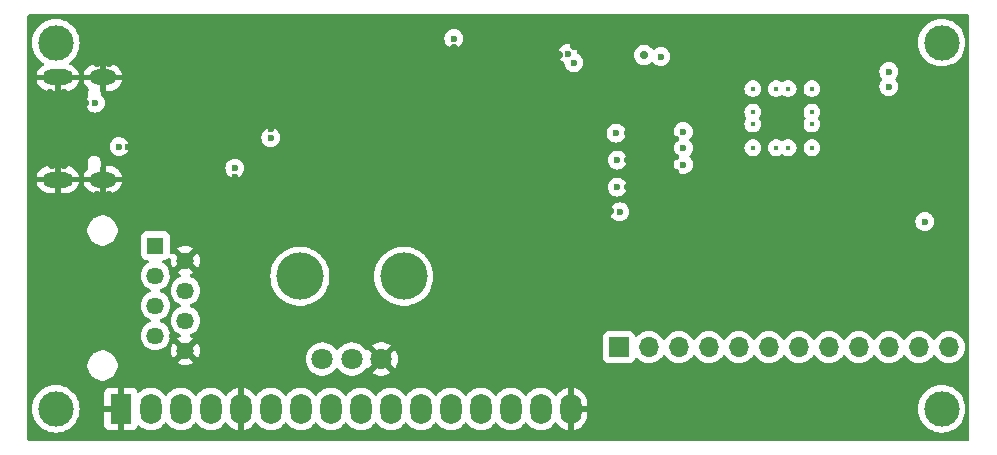
<source format=gbr>
%TF.GenerationSoftware,KiCad,Pcbnew,8.0.4*%
%TF.CreationDate,2024-11-18T06:36:06-07:00*%
%TF.ProjectId,SnakeTank,536e616b-6554-4616-9e6b-2e6b69636164,rev?*%
%TF.SameCoordinates,Original*%
%TF.FileFunction,Copper,L3,Inr*%
%TF.FilePolarity,Positive*%
%FSLAX46Y46*%
G04 Gerber Fmt 4.6, Leading zero omitted, Abs format (unit mm)*
G04 Created by KiCad (PCBNEW 8.0.4) date 2024-11-18 06:36:06*
%MOMM*%
%LPD*%
G01*
G04 APERTURE LIST*
%TA.AperFunction,WasherPad*%
%ADD10C,4.000000*%
%TD*%
%TA.AperFunction,ComponentPad*%
%ADD11C,1.800000*%
%TD*%
%TA.AperFunction,ComponentPad*%
%ADD12R,1.700000X1.700000*%
%TD*%
%TA.AperFunction,ComponentPad*%
%ADD13O,1.700000X1.700000*%
%TD*%
%TA.AperFunction,ComponentPad*%
%ADD14C,0.400000*%
%TD*%
%TA.AperFunction,ComponentPad*%
%ADD15R,1.458000X1.458000*%
%TD*%
%TA.AperFunction,ComponentPad*%
%ADD16C,1.458000*%
%TD*%
%TA.AperFunction,ComponentPad*%
%ADD17O,2.300000X1.300000*%
%TD*%
%TA.AperFunction,ComponentPad*%
%ADD18O,2.600000X1.300000*%
%TD*%
%TA.AperFunction,ComponentPad*%
%ADD19C,3.000000*%
%TD*%
%TA.AperFunction,ComponentPad*%
%ADD20R,1.800000X2.600000*%
%TD*%
%TA.AperFunction,ComponentPad*%
%ADD21O,1.800000X2.600000*%
%TD*%
%TA.AperFunction,ViaPad*%
%ADD22C,0.700000*%
%TD*%
%TA.AperFunction,ViaPad*%
%ADD23C,0.600000*%
%TD*%
G04 APERTURE END LIST*
D10*
%TO.N,*%
%TO.C,RV1*%
X41574000Y-46802000D03*
X50374000Y-46802000D03*
D11*
%TO.N,GND*%
X48474000Y-53802000D03*
%TO.N,Net-(DS1-VO)*%
X45974000Y-53802000D03*
%TO.N,+5V*%
X43474000Y-53802000D03*
%TD*%
D12*
%TO.N,IO3*%
%TO.C,J1*%
X68580000Y-52807000D03*
D13*
%TO.N,IO46*%
X71120000Y-52807000D03*
%TO.N,IO9*%
X73660000Y-52807000D03*
%TO.N,IO10*%
X76200000Y-52807000D03*
%TO.N,IO11*%
X78740000Y-52807000D03*
%TO.N,IO12*%
X81280000Y-52807000D03*
%TO.N,IO13*%
X83820000Y-52807000D03*
%TO.N,IO14*%
X86360000Y-52807000D03*
%TO.N,IO21*%
X88900000Y-52807000D03*
%TO.N,IO47*%
X91440000Y-52807000D03*
%TO.N,IO48*%
X93980000Y-52807000D03*
%TO.N,IO45*%
X96520000Y-52807000D03*
%TD*%
D14*
%TO.N,N/C*%
%TO.C,U2*%
X81920000Y-30914000D03*
X79920000Y-33914000D03*
X84920000Y-30914000D03*
X79920000Y-32914000D03*
X81920000Y-35914000D03*
X84920000Y-33914000D03*
X79920000Y-30914000D03*
X82920000Y-30914000D03*
X82920000Y-35914000D03*
X84920000Y-32914000D03*
X79920000Y-35914000D03*
X84920000Y-35914000D03*
%TD*%
D15*
%TO.N,+5V*%
%TO.C,J3*%
X29340000Y-44196000D03*
D16*
%TO.N,GND*%
X31880000Y-45466000D03*
%TO.N,DHT11_1_data*%
X29340000Y-46736000D03*
%TO.N,DHT11_2_data*%
X31880000Y-48006000D03*
%TO.N,DHT11_3_data*%
X29340000Y-49276000D03*
%TO.N,DHT11_4_data*%
X31880000Y-50546000D03*
%TO.N,+5V*%
X29340000Y-51816000D03*
%TO.N,GND*%
X31880000Y-53086000D03*
%TD*%
D17*
%TO.N,GND*%
%TO.C,J2*%
X24898000Y-29966000D03*
D18*
X21073000Y-29966000D03*
D17*
X24898000Y-38606000D03*
D18*
X21073000Y-38606000D03*
%TD*%
D19*
%TO.N,*%
%TO.C,DS1*%
X20916900Y-27028800D03*
X20916900Y-58029500D03*
X95915480Y-27028800D03*
X95916000Y-58029500D03*
D20*
%TO.N,GND*%
X26416000Y-58029500D03*
D21*
%TO.N,+5V*%
X28956000Y-58029500D03*
%TO.N,Net-(DS1-VO)*%
X31496000Y-58029500D03*
%TO.N,LCD_RS*%
X34036000Y-58029500D03*
%TO.N,GND*%
X36576000Y-58029500D03*
%TO.N,LCD_E*%
X39116000Y-58029500D03*
%TO.N,unconnected-(DS1-D0-Pad7)*%
X41656000Y-58029500D03*
%TO.N,unconnected-(DS1-D1-Pad8)*%
X44196000Y-58029500D03*
%TO.N,unconnected-(DS1-D2-Pad9)*%
X46736000Y-58029500D03*
%TO.N,unconnected-(DS1-D3-Pad10)*%
X49276000Y-58029500D03*
%TO.N,LCD_D4*%
X51816000Y-58029500D03*
%TO.N,LCD_D5*%
X54356000Y-58029500D03*
%TO.N,LCD_D6*%
X56896000Y-58029500D03*
%TO.N,LCD_D7*%
X59436000Y-58029500D03*
%TO.N,+5V*%
X61976000Y-58029500D03*
%TO.N,GND*%
X64516000Y-58029500D03*
%TD*%
D22*
%TO.N,GND*%
X42164000Y-50800000D03*
X45720000Y-48768000D03*
X45720000Y-45720000D03*
X54864000Y-45212000D03*
X57404000Y-45212000D03*
X57785000Y-51435000D03*
X61595000Y-48279800D03*
X52705000Y-51435000D03*
X55245000Y-51435000D03*
X50292000Y-51435000D03*
X47752000Y-51435000D03*
X59690000Y-50165000D03*
X50469800Y-53822600D03*
X66040000Y-43180000D03*
X22860000Y-50800000D03*
X57404000Y-43180000D03*
X30861000Y-51816000D03*
X81280000Y-40640000D03*
X83820000Y-55880000D03*
X21590000Y-37338000D03*
X63500000Y-38100000D03*
X32764000Y-38350000D03*
X78740000Y-40640000D03*
X65278000Y-34290000D03*
X63500000Y-25400000D03*
X86360000Y-38100000D03*
X78740000Y-35560000D03*
X63500000Y-45720000D03*
X40640000Y-27940000D03*
X22860000Y-48260000D03*
X25400000Y-28702000D03*
X57404000Y-47244000D03*
X41656000Y-43180000D03*
X93980000Y-45720000D03*
X58420000Y-33020000D03*
X56007000Y-28829000D03*
X30351000Y-32254000D03*
X73279000Y-25781000D03*
X38100000Y-33020000D03*
X70104000Y-58420000D03*
X33020000Y-27940000D03*
X47498000Y-28702000D03*
X20320000Y-45720000D03*
X38100000Y-25400000D03*
X20320000Y-50800000D03*
X66040000Y-25400000D03*
X37719000Y-56261000D03*
D23*
X39114946Y-34299628D03*
D22*
X27559000Y-36576000D03*
X86360000Y-35560000D03*
D23*
X27051000Y-35814000D03*
D22*
X86360000Y-33020000D03*
X88900000Y-55880000D03*
X93980000Y-55880000D03*
X81280000Y-55880000D03*
X73660000Y-55880000D03*
X64770000Y-27305000D03*
X38100000Y-27940000D03*
X66421000Y-58039000D03*
X78740000Y-38100000D03*
X40640000Y-25400000D03*
X24763000Y-26412000D03*
X96520000Y-38100000D03*
X81280000Y-38100000D03*
X86360000Y-40640000D03*
X76200000Y-58420000D03*
X20447000Y-31242000D03*
X71120000Y-55880000D03*
X30480000Y-27940000D03*
D23*
X73406000Y-35179000D03*
D22*
X88900000Y-35560000D03*
X86360000Y-58420000D03*
X77343000Y-25400000D03*
X20320000Y-48260000D03*
X45720000Y-27940000D03*
X91440000Y-55880000D03*
X76200000Y-55880000D03*
X67809386Y-41246586D03*
X61658500Y-33083500D03*
D23*
X23495000Y-32131000D03*
D22*
X24130000Y-58039000D03*
X58420000Y-27940000D03*
D23*
X41026531Y-34480500D03*
D22*
X57150000Y-34290000D03*
X63475180Y-28097364D03*
X96520000Y-35560000D03*
X96520000Y-30480000D03*
X43180000Y-27940000D03*
X35560000Y-25400000D03*
X54864000Y-43180000D03*
X88900000Y-33020000D03*
X96520000Y-45720000D03*
X96520000Y-48260000D03*
X22860000Y-45720000D03*
X20320000Y-43180000D03*
X91440000Y-58420000D03*
X33147000Y-44323000D03*
X35560000Y-27940000D03*
X63754000Y-30861000D03*
X26287000Y-31238000D03*
X58420000Y-25400000D03*
X83820000Y-58420000D03*
X63500000Y-35560000D03*
X20574000Y-37338000D03*
X25400000Y-39878000D03*
X96520000Y-33020000D03*
X24384000Y-28702000D03*
D23*
X73406000Y-36703000D03*
D22*
X78740000Y-58420000D03*
X96520000Y-40640000D03*
X62230000Y-43180000D03*
X33020000Y-30480000D03*
X96520000Y-43180000D03*
X43180000Y-25400000D03*
X30861000Y-46482000D03*
X69850000Y-32004000D03*
X45720000Y-43180000D03*
X20320000Y-53340000D03*
X54610000Y-27472403D03*
D23*
X36068000Y-38407903D03*
D22*
X21590000Y-31242000D03*
X86360000Y-55880000D03*
X52070000Y-34290000D03*
X45720000Y-25400000D03*
X69323486Y-39224486D03*
D23*
X73406000Y-37996172D03*
D22*
X25779000Y-26412000D03*
X26148236Y-37345764D03*
X30734000Y-54229000D03*
X83820000Y-38100000D03*
X33020000Y-25400000D03*
X67310000Y-32004000D03*
X30480000Y-25400000D03*
X68580000Y-25400000D03*
X24384000Y-39878000D03*
X69342000Y-36957000D03*
X90678000Y-25400000D03*
X69342000Y-34671000D03*
D23*
X36576000Y-36449000D03*
D22*
X50292000Y-43180000D03*
X50800000Y-25400000D03*
X22860000Y-53340000D03*
X78740000Y-33020000D03*
X88900000Y-38100000D03*
X30480000Y-30480000D03*
X78740000Y-55880000D03*
X35179000Y-54229000D03*
X88900000Y-58420000D03*
X22860000Y-43180000D03*
X83820000Y-40640000D03*
X88900000Y-40640000D03*
X81280000Y-58420000D03*
D23*
%TO.N,/CHIP_PU*%
X72136000Y-28194000D03*
X64770000Y-28702000D03*
%TO.N,/GPIO_0*%
X94488000Y-42164000D03*
X54610000Y-26670000D03*
%TO.N,LCD_E*%
X74041000Y-35941000D03*
%TO.N,LCD_RS*%
X74041000Y-34544000D03*
%TO.N,Net-(FB1-Pad2)*%
X24257083Y-32131832D03*
X26289000Y-35814000D03*
%TO.N,LCD_D4*%
X74041000Y-37338000D03*
D22*
%TO.N,ESP_3V3*%
X70739000Y-28067000D03*
D23*
X64262000Y-27940000D03*
%TO.N,/FTDI_UART_RX*%
X91440000Y-29464000D03*
X39121698Y-35052000D03*
%TO.N,DHT11_3_data*%
X68453000Y-39243000D03*
%TO.N,DHT11_2_data*%
X68453000Y-36957000D03*
%TO.N,DHT11_1_data*%
X68344880Y-34671000D03*
%TO.N,DHT11_4_data*%
X68643000Y-41339000D03*
%TO.N,/FDTI_UART_TX*%
X91440000Y-30734000D03*
X36068000Y-37655500D03*
%TD*%
%TA.AperFunction,Conductor*%
%TO.N,GND*%
G36*
X98208539Y-24650185D02*
G01*
X98254294Y-24702989D01*
X98265500Y-24754500D01*
X98265500Y-60589500D01*
X98245815Y-60656539D01*
X98193011Y-60702294D01*
X98141500Y-60713500D01*
X18618500Y-60713500D01*
X18551461Y-60693815D01*
X18505706Y-60641011D01*
X18494500Y-60589500D01*
X18494500Y-58029498D01*
X18911290Y-58029498D01*
X18911290Y-58029501D01*
X18931704Y-58314933D01*
X18992528Y-58594537D01*
X18992530Y-58594543D01*
X18992531Y-58594546D01*
X19053292Y-58757451D01*
X19092535Y-58862666D01*
X19229670Y-59113809D01*
X19229675Y-59113817D01*
X19401154Y-59342887D01*
X19401170Y-59342905D01*
X19603494Y-59545229D01*
X19603512Y-59545245D01*
X19832582Y-59716724D01*
X19832590Y-59716729D01*
X20083733Y-59853864D01*
X20083732Y-59853864D01*
X20083736Y-59853865D01*
X20083739Y-59853867D01*
X20351854Y-59953869D01*
X20351860Y-59953870D01*
X20351862Y-59953871D01*
X20631466Y-60014695D01*
X20631468Y-60014695D01*
X20631472Y-60014696D01*
X20885120Y-60032837D01*
X20916899Y-60035110D01*
X20916900Y-60035110D01*
X20916901Y-60035110D01*
X20945495Y-60033064D01*
X21202328Y-60014696D01*
X21481946Y-59953869D01*
X21750061Y-59853867D01*
X22001215Y-59716726D01*
X22230295Y-59545239D01*
X22432639Y-59342895D01*
X22604126Y-59113815D01*
X22741267Y-58862661D01*
X22841269Y-58594546D01*
X22902096Y-58314928D01*
X22922510Y-58029500D01*
X22902096Y-57744072D01*
X22841269Y-57464454D01*
X22741267Y-57196339D01*
X22684235Y-57091894D01*
X22604129Y-56945190D01*
X22604124Y-56945182D01*
X22432645Y-56716112D01*
X22432629Y-56716094D01*
X22398190Y-56681655D01*
X25016000Y-56681655D01*
X25016000Y-57779500D01*
X25867518Y-57779500D01*
X25856889Y-57797909D01*
X25816000Y-57950509D01*
X25816000Y-58108491D01*
X25856889Y-58261091D01*
X25867518Y-58279500D01*
X25016000Y-58279500D01*
X25016000Y-59377344D01*
X25022401Y-59436872D01*
X25022403Y-59436879D01*
X25072645Y-59571586D01*
X25072649Y-59571593D01*
X25158809Y-59686687D01*
X25158812Y-59686690D01*
X25273906Y-59772850D01*
X25273913Y-59772854D01*
X25408620Y-59823096D01*
X25408627Y-59823098D01*
X25468155Y-59829499D01*
X25468172Y-59829500D01*
X26166000Y-59829500D01*
X26166000Y-58577982D01*
X26184409Y-58588611D01*
X26337009Y-58629500D01*
X26494991Y-58629500D01*
X26647591Y-58588611D01*
X26666000Y-58577982D01*
X26666000Y-59829500D01*
X27363828Y-59829500D01*
X27363844Y-59829499D01*
X27423372Y-59823098D01*
X27423379Y-59823096D01*
X27558086Y-59772854D01*
X27558093Y-59772850D01*
X27673187Y-59686690D01*
X27673190Y-59686687D01*
X27759350Y-59571593D01*
X27759354Y-59571586D01*
X27789213Y-59491531D01*
X27831084Y-59435597D01*
X27896548Y-59411180D01*
X27964821Y-59426031D01*
X27993076Y-59447183D01*
X28043636Y-59497743D01*
X28043641Y-59497747D01*
X28199192Y-59610760D01*
X28221978Y-59627315D01*
X28338501Y-59686687D01*
X28418393Y-59727395D01*
X28418396Y-59727396D01*
X28523221Y-59761455D01*
X28628049Y-59795515D01*
X28845778Y-59830000D01*
X28845779Y-59830000D01*
X29066221Y-59830000D01*
X29066222Y-59830000D01*
X29283951Y-59795515D01*
X29493606Y-59727395D01*
X29690022Y-59627315D01*
X29868365Y-59497742D01*
X30024242Y-59341865D01*
X30034804Y-59327326D01*
X30125682Y-59202245D01*
X30181011Y-59159579D01*
X30250625Y-59153600D01*
X30312420Y-59186205D01*
X30326318Y-59202245D01*
X30427752Y-59341858D01*
X30427756Y-59341863D01*
X30583636Y-59497743D01*
X30583641Y-59497747D01*
X30739192Y-59610760D01*
X30761978Y-59627315D01*
X30878501Y-59686687D01*
X30958393Y-59727395D01*
X30958396Y-59727396D01*
X31063221Y-59761455D01*
X31168049Y-59795515D01*
X31385778Y-59830000D01*
X31385779Y-59830000D01*
X31606221Y-59830000D01*
X31606222Y-59830000D01*
X31823951Y-59795515D01*
X32033606Y-59727395D01*
X32230022Y-59627315D01*
X32408365Y-59497742D01*
X32564242Y-59341865D01*
X32574804Y-59327326D01*
X32665682Y-59202245D01*
X32721011Y-59159579D01*
X32790625Y-59153600D01*
X32852420Y-59186205D01*
X32866318Y-59202245D01*
X32967752Y-59341858D01*
X32967756Y-59341863D01*
X33123636Y-59497743D01*
X33123641Y-59497747D01*
X33279192Y-59610760D01*
X33301978Y-59627315D01*
X33418501Y-59686687D01*
X33498393Y-59727395D01*
X33498396Y-59727396D01*
X33603221Y-59761455D01*
X33708049Y-59795515D01*
X33925778Y-59830000D01*
X33925779Y-59830000D01*
X34146221Y-59830000D01*
X34146222Y-59830000D01*
X34363951Y-59795515D01*
X34573606Y-59727395D01*
X34770022Y-59627315D01*
X34948365Y-59497742D01*
X35104242Y-59341865D01*
X35205991Y-59201817D01*
X35261320Y-59159153D01*
X35330933Y-59153174D01*
X35392729Y-59185779D01*
X35406627Y-59201818D01*
X35508142Y-59341541D01*
X35663958Y-59497357D01*
X35842239Y-59626886D01*
X36038589Y-59726932D01*
X36248163Y-59795026D01*
X36325999Y-59807354D01*
X36326000Y-59807354D01*
X36326000Y-58577982D01*
X36344409Y-58588611D01*
X36497009Y-58629500D01*
X36654991Y-58629500D01*
X36807591Y-58588611D01*
X36826000Y-58577982D01*
X36826000Y-59807354D01*
X36903834Y-59795026D01*
X36903837Y-59795026D01*
X37113410Y-59726932D01*
X37309760Y-59626886D01*
X37488041Y-59497357D01*
X37643857Y-59341541D01*
X37643862Y-59341535D01*
X37745372Y-59201819D01*
X37800702Y-59159153D01*
X37870315Y-59153174D01*
X37932110Y-59185779D01*
X37946008Y-59201819D01*
X38047752Y-59341858D01*
X38047756Y-59341863D01*
X38203636Y-59497743D01*
X38203641Y-59497747D01*
X38359192Y-59610760D01*
X38381978Y-59627315D01*
X38498501Y-59686687D01*
X38578393Y-59727395D01*
X38578396Y-59727396D01*
X38683221Y-59761455D01*
X38788049Y-59795515D01*
X39005778Y-59830000D01*
X39005779Y-59830000D01*
X39226221Y-59830000D01*
X39226222Y-59830000D01*
X39443951Y-59795515D01*
X39653606Y-59727395D01*
X39850022Y-59627315D01*
X40028365Y-59497742D01*
X40184242Y-59341865D01*
X40194804Y-59327326D01*
X40285682Y-59202245D01*
X40341011Y-59159579D01*
X40410625Y-59153600D01*
X40472420Y-59186205D01*
X40486318Y-59202245D01*
X40587752Y-59341858D01*
X40587756Y-59341863D01*
X40743636Y-59497743D01*
X40743641Y-59497747D01*
X40899192Y-59610760D01*
X40921978Y-59627315D01*
X41038501Y-59686687D01*
X41118393Y-59727395D01*
X41118396Y-59727396D01*
X41223221Y-59761455D01*
X41328049Y-59795515D01*
X41545778Y-59830000D01*
X41545779Y-59830000D01*
X41766221Y-59830000D01*
X41766222Y-59830000D01*
X41983951Y-59795515D01*
X42193606Y-59727395D01*
X42390022Y-59627315D01*
X42568365Y-59497742D01*
X42724242Y-59341865D01*
X42734804Y-59327326D01*
X42825682Y-59202245D01*
X42881011Y-59159579D01*
X42950625Y-59153600D01*
X43012420Y-59186205D01*
X43026318Y-59202245D01*
X43127752Y-59341858D01*
X43127756Y-59341863D01*
X43283636Y-59497743D01*
X43283641Y-59497747D01*
X43439192Y-59610760D01*
X43461978Y-59627315D01*
X43578501Y-59686687D01*
X43658393Y-59727395D01*
X43658396Y-59727396D01*
X43763221Y-59761455D01*
X43868049Y-59795515D01*
X44085778Y-59830000D01*
X44085779Y-59830000D01*
X44306221Y-59830000D01*
X44306222Y-59830000D01*
X44523951Y-59795515D01*
X44733606Y-59727395D01*
X44930022Y-59627315D01*
X45108365Y-59497742D01*
X45264242Y-59341865D01*
X45274804Y-59327326D01*
X45365682Y-59202245D01*
X45421011Y-59159579D01*
X45490625Y-59153600D01*
X45552420Y-59186205D01*
X45566318Y-59202245D01*
X45667752Y-59341858D01*
X45667756Y-59341863D01*
X45823636Y-59497743D01*
X45823641Y-59497747D01*
X45979192Y-59610760D01*
X46001978Y-59627315D01*
X46118501Y-59686687D01*
X46198393Y-59727395D01*
X46198396Y-59727396D01*
X46303221Y-59761455D01*
X46408049Y-59795515D01*
X46625778Y-59830000D01*
X46625779Y-59830000D01*
X46846221Y-59830000D01*
X46846222Y-59830000D01*
X47063951Y-59795515D01*
X47273606Y-59727395D01*
X47470022Y-59627315D01*
X47648365Y-59497742D01*
X47804242Y-59341865D01*
X47814804Y-59327326D01*
X47905682Y-59202245D01*
X47961011Y-59159579D01*
X48030625Y-59153600D01*
X48092420Y-59186205D01*
X48106318Y-59202245D01*
X48207752Y-59341858D01*
X48207756Y-59341863D01*
X48363636Y-59497743D01*
X48363641Y-59497747D01*
X48519192Y-59610760D01*
X48541978Y-59627315D01*
X48658501Y-59686687D01*
X48738393Y-59727395D01*
X48738396Y-59727396D01*
X48843221Y-59761455D01*
X48948049Y-59795515D01*
X49165778Y-59830000D01*
X49165779Y-59830000D01*
X49386221Y-59830000D01*
X49386222Y-59830000D01*
X49603951Y-59795515D01*
X49813606Y-59727395D01*
X50010022Y-59627315D01*
X50188365Y-59497742D01*
X50344242Y-59341865D01*
X50354804Y-59327326D01*
X50445682Y-59202245D01*
X50501011Y-59159579D01*
X50570625Y-59153600D01*
X50632420Y-59186205D01*
X50646318Y-59202245D01*
X50747752Y-59341858D01*
X50747756Y-59341863D01*
X50903636Y-59497743D01*
X50903641Y-59497747D01*
X51059192Y-59610760D01*
X51081978Y-59627315D01*
X51198501Y-59686687D01*
X51278393Y-59727395D01*
X51278396Y-59727396D01*
X51383221Y-59761455D01*
X51488049Y-59795515D01*
X51705778Y-59830000D01*
X51705779Y-59830000D01*
X51926221Y-59830000D01*
X51926222Y-59830000D01*
X52143951Y-59795515D01*
X52353606Y-59727395D01*
X52550022Y-59627315D01*
X52728365Y-59497742D01*
X52884242Y-59341865D01*
X52894804Y-59327326D01*
X52985682Y-59202245D01*
X53041011Y-59159579D01*
X53110625Y-59153600D01*
X53172420Y-59186205D01*
X53186318Y-59202245D01*
X53287752Y-59341858D01*
X53287756Y-59341863D01*
X53443636Y-59497743D01*
X53443641Y-59497747D01*
X53599192Y-59610760D01*
X53621978Y-59627315D01*
X53738501Y-59686687D01*
X53818393Y-59727395D01*
X53818396Y-59727396D01*
X53923221Y-59761455D01*
X54028049Y-59795515D01*
X54245778Y-59830000D01*
X54245779Y-59830000D01*
X54466221Y-59830000D01*
X54466222Y-59830000D01*
X54683951Y-59795515D01*
X54893606Y-59727395D01*
X55090022Y-59627315D01*
X55268365Y-59497742D01*
X55424242Y-59341865D01*
X55434804Y-59327326D01*
X55525682Y-59202245D01*
X55581011Y-59159579D01*
X55650625Y-59153600D01*
X55712420Y-59186205D01*
X55726318Y-59202245D01*
X55827752Y-59341858D01*
X55827756Y-59341863D01*
X55983636Y-59497743D01*
X55983641Y-59497747D01*
X56139192Y-59610760D01*
X56161978Y-59627315D01*
X56278501Y-59686687D01*
X56358393Y-59727395D01*
X56358396Y-59727396D01*
X56463221Y-59761455D01*
X56568049Y-59795515D01*
X56785778Y-59830000D01*
X56785779Y-59830000D01*
X57006221Y-59830000D01*
X57006222Y-59830000D01*
X57223951Y-59795515D01*
X57433606Y-59727395D01*
X57630022Y-59627315D01*
X57808365Y-59497742D01*
X57964242Y-59341865D01*
X57974804Y-59327326D01*
X58065682Y-59202245D01*
X58121011Y-59159579D01*
X58190625Y-59153600D01*
X58252420Y-59186205D01*
X58266318Y-59202245D01*
X58367752Y-59341858D01*
X58367756Y-59341863D01*
X58523636Y-59497743D01*
X58523641Y-59497747D01*
X58679192Y-59610760D01*
X58701978Y-59627315D01*
X58818501Y-59686687D01*
X58898393Y-59727395D01*
X58898396Y-59727396D01*
X59003221Y-59761455D01*
X59108049Y-59795515D01*
X59325778Y-59830000D01*
X59325779Y-59830000D01*
X59546221Y-59830000D01*
X59546222Y-59830000D01*
X59763951Y-59795515D01*
X59973606Y-59727395D01*
X60170022Y-59627315D01*
X60348365Y-59497742D01*
X60504242Y-59341865D01*
X60514804Y-59327326D01*
X60605682Y-59202245D01*
X60661011Y-59159579D01*
X60730625Y-59153600D01*
X60792420Y-59186205D01*
X60806318Y-59202245D01*
X60907752Y-59341858D01*
X60907756Y-59341863D01*
X61063636Y-59497743D01*
X61063641Y-59497747D01*
X61219192Y-59610760D01*
X61241978Y-59627315D01*
X61358501Y-59686687D01*
X61438393Y-59727395D01*
X61438396Y-59727396D01*
X61543221Y-59761455D01*
X61648049Y-59795515D01*
X61865778Y-59830000D01*
X61865779Y-59830000D01*
X62086221Y-59830000D01*
X62086222Y-59830000D01*
X62303951Y-59795515D01*
X62513606Y-59727395D01*
X62710022Y-59627315D01*
X62888365Y-59497742D01*
X63044242Y-59341865D01*
X63145991Y-59201817D01*
X63201320Y-59159153D01*
X63270933Y-59153174D01*
X63332729Y-59185779D01*
X63346627Y-59201818D01*
X63448142Y-59341541D01*
X63603958Y-59497357D01*
X63782239Y-59626886D01*
X63978589Y-59726932D01*
X64188163Y-59795026D01*
X64265999Y-59807354D01*
X64266000Y-59807354D01*
X64266000Y-58577982D01*
X64284409Y-58588611D01*
X64437009Y-58629500D01*
X64594991Y-58629500D01*
X64747591Y-58588611D01*
X64766000Y-58577982D01*
X64766000Y-59807354D01*
X64843834Y-59795026D01*
X64843837Y-59795026D01*
X65053410Y-59726932D01*
X65249760Y-59626886D01*
X65428041Y-59497357D01*
X65583857Y-59341541D01*
X65713386Y-59163260D01*
X65813432Y-58966910D01*
X65881526Y-58757335D01*
X65916000Y-58539681D01*
X65916000Y-58279500D01*
X65064482Y-58279500D01*
X65075111Y-58261091D01*
X65116000Y-58108491D01*
X65116000Y-58029498D01*
X93910390Y-58029498D01*
X93910390Y-58029501D01*
X93930804Y-58314933D01*
X93991628Y-58594537D01*
X93991630Y-58594543D01*
X93991631Y-58594546D01*
X94052392Y-58757451D01*
X94091635Y-58862666D01*
X94228770Y-59113809D01*
X94228775Y-59113817D01*
X94400254Y-59342887D01*
X94400270Y-59342905D01*
X94602594Y-59545229D01*
X94602612Y-59545245D01*
X94831682Y-59716724D01*
X94831690Y-59716729D01*
X95082833Y-59853864D01*
X95082832Y-59853864D01*
X95082836Y-59853865D01*
X95082839Y-59853867D01*
X95350954Y-59953869D01*
X95350960Y-59953870D01*
X95350962Y-59953871D01*
X95630566Y-60014695D01*
X95630568Y-60014695D01*
X95630572Y-60014696D01*
X95884220Y-60032837D01*
X95915999Y-60035110D01*
X95916000Y-60035110D01*
X95916001Y-60035110D01*
X95944595Y-60033064D01*
X96201428Y-60014696D01*
X96481046Y-59953869D01*
X96749161Y-59853867D01*
X97000315Y-59716726D01*
X97229395Y-59545239D01*
X97431739Y-59342895D01*
X97603226Y-59113815D01*
X97740367Y-58862661D01*
X97840369Y-58594546D01*
X97901196Y-58314928D01*
X97921610Y-58029500D01*
X97901196Y-57744072D01*
X97840369Y-57464454D01*
X97740367Y-57196339D01*
X97683335Y-57091894D01*
X97603229Y-56945190D01*
X97603224Y-56945182D01*
X97431745Y-56716112D01*
X97431729Y-56716094D01*
X97229405Y-56513770D01*
X97229387Y-56513754D01*
X97000317Y-56342275D01*
X97000309Y-56342270D01*
X96749166Y-56205135D01*
X96749167Y-56205135D01*
X96641915Y-56165132D01*
X96481046Y-56105131D01*
X96481043Y-56105130D01*
X96481037Y-56105128D01*
X96201433Y-56044304D01*
X95916001Y-56023890D01*
X95915999Y-56023890D01*
X95630566Y-56044304D01*
X95350962Y-56105128D01*
X95082833Y-56205135D01*
X94831690Y-56342270D01*
X94831682Y-56342275D01*
X94602612Y-56513754D01*
X94602594Y-56513770D01*
X94400270Y-56716094D01*
X94400254Y-56716112D01*
X94228775Y-56945182D01*
X94228770Y-56945190D01*
X94091635Y-57196333D01*
X93991628Y-57464462D01*
X93930804Y-57744066D01*
X93910390Y-58029498D01*
X65116000Y-58029498D01*
X65116000Y-57950509D01*
X65075111Y-57797909D01*
X65064482Y-57779500D01*
X65916000Y-57779500D01*
X65916000Y-57519318D01*
X65881526Y-57301664D01*
X65813432Y-57092089D01*
X65713386Y-56895739D01*
X65583857Y-56717458D01*
X65428041Y-56561642D01*
X65249760Y-56432113D01*
X65053410Y-56332067D01*
X64843836Y-56263973D01*
X64766000Y-56251644D01*
X64766000Y-57481017D01*
X64747591Y-57470389D01*
X64594991Y-57429500D01*
X64437009Y-57429500D01*
X64284409Y-57470389D01*
X64266000Y-57481017D01*
X64266000Y-56251644D01*
X64188164Y-56263973D01*
X64188161Y-56263973D01*
X63978589Y-56332067D01*
X63782239Y-56432113D01*
X63603958Y-56561642D01*
X63448142Y-56717458D01*
X63448142Y-56717459D01*
X63346627Y-56857181D01*
X63291297Y-56899846D01*
X63221683Y-56905825D01*
X63159888Y-56873219D01*
X63145991Y-56857180D01*
X63044247Y-56717141D01*
X63044243Y-56717136D01*
X62888363Y-56561256D01*
X62888358Y-56561252D01*
X62710025Y-56431687D01*
X62710024Y-56431686D01*
X62710022Y-56431685D01*
X62647096Y-56399622D01*
X62513606Y-56331604D01*
X62513603Y-56331603D01*
X62303952Y-56263485D01*
X62195086Y-56246242D01*
X62086222Y-56229000D01*
X61865778Y-56229000D01*
X61793201Y-56240495D01*
X61648047Y-56263485D01*
X61438396Y-56331603D01*
X61438393Y-56331604D01*
X61241974Y-56431687D01*
X61063641Y-56561252D01*
X61063636Y-56561256D01*
X60907756Y-56717136D01*
X60907752Y-56717141D01*
X60806318Y-56856754D01*
X60750988Y-56899420D01*
X60681375Y-56905399D01*
X60619580Y-56872793D01*
X60605682Y-56856754D01*
X60504247Y-56717141D01*
X60504243Y-56717136D01*
X60348363Y-56561256D01*
X60348358Y-56561252D01*
X60170025Y-56431687D01*
X60170024Y-56431686D01*
X60170022Y-56431685D01*
X60107096Y-56399622D01*
X59973606Y-56331604D01*
X59973603Y-56331603D01*
X59763952Y-56263485D01*
X59655086Y-56246242D01*
X59546222Y-56229000D01*
X59325778Y-56229000D01*
X59253201Y-56240495D01*
X59108047Y-56263485D01*
X58898396Y-56331603D01*
X58898393Y-56331604D01*
X58701974Y-56431687D01*
X58523641Y-56561252D01*
X58523636Y-56561256D01*
X58367756Y-56717136D01*
X58367752Y-56717141D01*
X58266318Y-56856754D01*
X58210988Y-56899420D01*
X58141375Y-56905399D01*
X58079580Y-56872793D01*
X58065682Y-56856754D01*
X57964247Y-56717141D01*
X57964243Y-56717136D01*
X57808363Y-56561256D01*
X57808358Y-56561252D01*
X57630025Y-56431687D01*
X57630024Y-56431686D01*
X57630022Y-56431685D01*
X57567096Y-56399622D01*
X57433606Y-56331604D01*
X57433603Y-56331603D01*
X57223952Y-56263485D01*
X57115086Y-56246242D01*
X57006222Y-56229000D01*
X56785778Y-56229000D01*
X56713201Y-56240495D01*
X56568047Y-56263485D01*
X56358396Y-56331603D01*
X56358393Y-56331604D01*
X56161974Y-56431687D01*
X55983641Y-56561252D01*
X55983636Y-56561256D01*
X55827756Y-56717136D01*
X55827752Y-56717141D01*
X55726318Y-56856754D01*
X55670988Y-56899420D01*
X55601375Y-56905399D01*
X55539580Y-56872793D01*
X55525682Y-56856754D01*
X55424247Y-56717141D01*
X55424243Y-56717136D01*
X55268363Y-56561256D01*
X55268358Y-56561252D01*
X55090025Y-56431687D01*
X55090024Y-56431686D01*
X55090022Y-56431685D01*
X55027096Y-56399622D01*
X54893606Y-56331604D01*
X54893603Y-56331603D01*
X54683952Y-56263485D01*
X54575086Y-56246242D01*
X54466222Y-56229000D01*
X54245778Y-56229000D01*
X54173201Y-56240495D01*
X54028047Y-56263485D01*
X53818396Y-56331603D01*
X53818393Y-56331604D01*
X53621974Y-56431687D01*
X53443641Y-56561252D01*
X53443636Y-56561256D01*
X53287756Y-56717136D01*
X53287752Y-56717141D01*
X53186318Y-56856754D01*
X53130988Y-56899420D01*
X53061375Y-56905399D01*
X52999580Y-56872793D01*
X52985682Y-56856754D01*
X52884247Y-56717141D01*
X52884243Y-56717136D01*
X52728363Y-56561256D01*
X52728358Y-56561252D01*
X52550025Y-56431687D01*
X52550024Y-56431686D01*
X52550022Y-56431685D01*
X52487096Y-56399622D01*
X52353606Y-56331604D01*
X52353603Y-56331603D01*
X52143952Y-56263485D01*
X52035086Y-56246242D01*
X51926222Y-56229000D01*
X51705778Y-56229000D01*
X51633201Y-56240495D01*
X51488047Y-56263485D01*
X51278396Y-56331603D01*
X51278393Y-56331604D01*
X51081974Y-56431687D01*
X50903641Y-56561252D01*
X50903636Y-56561256D01*
X50747756Y-56717136D01*
X50747752Y-56717141D01*
X50646318Y-56856754D01*
X50590988Y-56899420D01*
X50521375Y-56905399D01*
X50459580Y-56872793D01*
X50445682Y-56856754D01*
X50344247Y-56717141D01*
X50344243Y-56717136D01*
X50188363Y-56561256D01*
X50188358Y-56561252D01*
X50010025Y-56431687D01*
X50010024Y-56431686D01*
X50010022Y-56431685D01*
X49947096Y-56399622D01*
X49813606Y-56331604D01*
X49813603Y-56331603D01*
X49603952Y-56263485D01*
X49495086Y-56246242D01*
X49386222Y-56229000D01*
X49165778Y-56229000D01*
X49093201Y-56240495D01*
X48948047Y-56263485D01*
X48738396Y-56331603D01*
X48738393Y-56331604D01*
X48541974Y-56431687D01*
X48363641Y-56561252D01*
X48363636Y-56561256D01*
X48207756Y-56717136D01*
X48207752Y-56717141D01*
X48106318Y-56856754D01*
X48050988Y-56899420D01*
X47981375Y-56905399D01*
X47919580Y-56872793D01*
X47905682Y-56856754D01*
X47804247Y-56717141D01*
X47804243Y-56717136D01*
X47648363Y-56561256D01*
X47648358Y-56561252D01*
X47470025Y-56431687D01*
X47470024Y-56431686D01*
X47470022Y-56431685D01*
X47407096Y-56399622D01*
X47273606Y-56331604D01*
X47273603Y-56331603D01*
X47063952Y-56263485D01*
X46955086Y-56246242D01*
X46846222Y-56229000D01*
X46625778Y-56229000D01*
X46553201Y-56240495D01*
X46408047Y-56263485D01*
X46198396Y-56331603D01*
X46198393Y-56331604D01*
X46001974Y-56431687D01*
X45823641Y-56561252D01*
X45823636Y-56561256D01*
X45667756Y-56717136D01*
X45667752Y-56717141D01*
X45566318Y-56856754D01*
X45510988Y-56899420D01*
X45441375Y-56905399D01*
X45379580Y-56872793D01*
X45365682Y-56856754D01*
X45264247Y-56717141D01*
X45264243Y-56717136D01*
X45108363Y-56561256D01*
X45108358Y-56561252D01*
X44930025Y-56431687D01*
X44930024Y-56431686D01*
X44930022Y-56431685D01*
X44867096Y-56399622D01*
X44733606Y-56331604D01*
X44733603Y-56331603D01*
X44523952Y-56263485D01*
X44415086Y-56246242D01*
X44306222Y-56229000D01*
X44085778Y-56229000D01*
X44013201Y-56240495D01*
X43868047Y-56263485D01*
X43658396Y-56331603D01*
X43658393Y-56331604D01*
X43461974Y-56431687D01*
X43283641Y-56561252D01*
X43283636Y-56561256D01*
X43127756Y-56717136D01*
X43127752Y-56717141D01*
X43026318Y-56856754D01*
X42970988Y-56899420D01*
X42901375Y-56905399D01*
X42839580Y-56872793D01*
X42825682Y-56856754D01*
X42724247Y-56717141D01*
X42724243Y-56717136D01*
X42568363Y-56561256D01*
X42568358Y-56561252D01*
X42390025Y-56431687D01*
X42390024Y-56431686D01*
X42390022Y-56431685D01*
X42327096Y-56399622D01*
X42193606Y-56331604D01*
X42193603Y-56331603D01*
X41983952Y-56263485D01*
X41875086Y-56246242D01*
X41766222Y-56229000D01*
X41545778Y-56229000D01*
X41473201Y-56240495D01*
X41328047Y-56263485D01*
X41118396Y-56331603D01*
X41118393Y-56331604D01*
X40921974Y-56431687D01*
X40743641Y-56561252D01*
X40743636Y-56561256D01*
X40587756Y-56717136D01*
X40587752Y-56717141D01*
X40486318Y-56856754D01*
X40430988Y-56899420D01*
X40361375Y-56905399D01*
X40299580Y-56872793D01*
X40285682Y-56856754D01*
X40184247Y-56717141D01*
X40184243Y-56717136D01*
X40028363Y-56561256D01*
X40028358Y-56561252D01*
X39850025Y-56431687D01*
X39850024Y-56431686D01*
X39850022Y-56431685D01*
X39787096Y-56399622D01*
X39653606Y-56331604D01*
X39653603Y-56331603D01*
X39443952Y-56263485D01*
X39335086Y-56246242D01*
X39226222Y-56229000D01*
X39005778Y-56229000D01*
X38933201Y-56240495D01*
X38788047Y-56263485D01*
X38578396Y-56331603D01*
X38578393Y-56331604D01*
X38381974Y-56431687D01*
X38203641Y-56561252D01*
X38203636Y-56561256D01*
X38047756Y-56717136D01*
X37946008Y-56857181D01*
X37890678Y-56899846D01*
X37821065Y-56905825D01*
X37759270Y-56873219D01*
X37745372Y-56857180D01*
X37643862Y-56717464D01*
X37643857Y-56717458D01*
X37488041Y-56561642D01*
X37309760Y-56432113D01*
X37113410Y-56332067D01*
X36903836Y-56263973D01*
X36826000Y-56251644D01*
X36826000Y-57481017D01*
X36807591Y-57470389D01*
X36654991Y-57429500D01*
X36497009Y-57429500D01*
X36344409Y-57470389D01*
X36326000Y-57481017D01*
X36326000Y-56251644D01*
X36248164Y-56263973D01*
X36248161Y-56263973D01*
X36038589Y-56332067D01*
X35842239Y-56432113D01*
X35663958Y-56561642D01*
X35508142Y-56717458D01*
X35508142Y-56717459D01*
X35406627Y-56857181D01*
X35351297Y-56899846D01*
X35281683Y-56905825D01*
X35219888Y-56873219D01*
X35205991Y-56857180D01*
X35104247Y-56717141D01*
X35104243Y-56717136D01*
X34948363Y-56561256D01*
X34948358Y-56561252D01*
X34770025Y-56431687D01*
X34770024Y-56431686D01*
X34770022Y-56431685D01*
X34707096Y-56399622D01*
X34573606Y-56331604D01*
X34573603Y-56331603D01*
X34363952Y-56263485D01*
X34255086Y-56246242D01*
X34146222Y-56229000D01*
X33925778Y-56229000D01*
X33853201Y-56240495D01*
X33708047Y-56263485D01*
X33498396Y-56331603D01*
X33498393Y-56331604D01*
X33301974Y-56431687D01*
X33123641Y-56561252D01*
X33123636Y-56561256D01*
X32967756Y-56717136D01*
X32967752Y-56717141D01*
X32866318Y-56856754D01*
X32810988Y-56899420D01*
X32741375Y-56905399D01*
X32679580Y-56872793D01*
X32665682Y-56856754D01*
X32564247Y-56717141D01*
X32564243Y-56717136D01*
X32408363Y-56561256D01*
X32408358Y-56561252D01*
X32230025Y-56431687D01*
X32230024Y-56431686D01*
X32230022Y-56431685D01*
X32167096Y-56399622D01*
X32033606Y-56331604D01*
X32033603Y-56331603D01*
X31823952Y-56263485D01*
X31715086Y-56246242D01*
X31606222Y-56229000D01*
X31385778Y-56229000D01*
X31313201Y-56240495D01*
X31168047Y-56263485D01*
X30958396Y-56331603D01*
X30958393Y-56331604D01*
X30761974Y-56431687D01*
X30583641Y-56561252D01*
X30583636Y-56561256D01*
X30427756Y-56717136D01*
X30427752Y-56717141D01*
X30326318Y-56856754D01*
X30270988Y-56899420D01*
X30201375Y-56905399D01*
X30139580Y-56872793D01*
X30125682Y-56856754D01*
X30024247Y-56717141D01*
X30024243Y-56717136D01*
X29868363Y-56561256D01*
X29868358Y-56561252D01*
X29690025Y-56431687D01*
X29690024Y-56431686D01*
X29690022Y-56431685D01*
X29627096Y-56399622D01*
X29493606Y-56331604D01*
X29493603Y-56331603D01*
X29283952Y-56263485D01*
X29175086Y-56246242D01*
X29066222Y-56229000D01*
X28845778Y-56229000D01*
X28773201Y-56240495D01*
X28628047Y-56263485D01*
X28418396Y-56331603D01*
X28418393Y-56331604D01*
X28221974Y-56431687D01*
X28043641Y-56561252D01*
X28043636Y-56561256D01*
X27993075Y-56611817D01*
X27931752Y-56645301D01*
X27862060Y-56640316D01*
X27806127Y-56598445D01*
X27789213Y-56567468D01*
X27759354Y-56487413D01*
X27759350Y-56487406D01*
X27673190Y-56372312D01*
X27673187Y-56372309D01*
X27558093Y-56286149D01*
X27558086Y-56286145D01*
X27423379Y-56235903D01*
X27423372Y-56235901D01*
X27363844Y-56229500D01*
X26666000Y-56229500D01*
X26666000Y-57481017D01*
X26647591Y-57470389D01*
X26494991Y-57429500D01*
X26337009Y-57429500D01*
X26184409Y-57470389D01*
X26166000Y-57481017D01*
X26166000Y-56229500D01*
X25468155Y-56229500D01*
X25408627Y-56235901D01*
X25408620Y-56235903D01*
X25273913Y-56286145D01*
X25273906Y-56286149D01*
X25158812Y-56372309D01*
X25158809Y-56372312D01*
X25072649Y-56487406D01*
X25072645Y-56487413D01*
X25022403Y-56622120D01*
X25022401Y-56622127D01*
X25016000Y-56681655D01*
X22398190Y-56681655D01*
X22230305Y-56513770D01*
X22230287Y-56513754D01*
X22001217Y-56342275D01*
X22001209Y-56342270D01*
X21750066Y-56205135D01*
X21750067Y-56205135D01*
X21642815Y-56165132D01*
X21481946Y-56105131D01*
X21481943Y-56105130D01*
X21481937Y-56105128D01*
X21202333Y-56044304D01*
X20916901Y-56023890D01*
X20916899Y-56023890D01*
X20631466Y-56044304D01*
X20351862Y-56105128D01*
X20083733Y-56205135D01*
X19832590Y-56342270D01*
X19832582Y-56342275D01*
X19603512Y-56513754D01*
X19603494Y-56513770D01*
X19401170Y-56716094D01*
X19401154Y-56716112D01*
X19229675Y-56945182D01*
X19229670Y-56945190D01*
X19092535Y-57196333D01*
X18992528Y-57464462D01*
X18931704Y-57744066D01*
X18911290Y-58029498D01*
X18494500Y-58029498D01*
X18494500Y-54255616D01*
X23584500Y-54255616D01*
X23584500Y-54456384D01*
X23601361Y-54562839D01*
X23615907Y-54654680D01*
X23677949Y-54845626D01*
X23733348Y-54954351D01*
X23769095Y-55024508D01*
X23887103Y-55186932D01*
X24029068Y-55328897D01*
X24191492Y-55446905D01*
X24276007Y-55489967D01*
X24370373Y-55538050D01*
X24370375Y-55538050D01*
X24370378Y-55538052D01*
X24561320Y-55600093D01*
X24759616Y-55631500D01*
X24759617Y-55631500D01*
X24960383Y-55631500D01*
X24960384Y-55631500D01*
X25158680Y-55600093D01*
X25349622Y-55538052D01*
X25528508Y-55446905D01*
X25690932Y-55328897D01*
X25832897Y-55186932D01*
X25950905Y-55024508D01*
X26042052Y-54845622D01*
X26104093Y-54654680D01*
X26135500Y-54456384D01*
X26135500Y-54255616D01*
X26104093Y-54057320D01*
X26042052Y-53866378D01*
X26042050Y-53866375D01*
X26042050Y-53866373D01*
X25963384Y-53711984D01*
X25950905Y-53687492D01*
X25832897Y-53525068D01*
X25690932Y-53383103D01*
X25528508Y-53265095D01*
X25349626Y-53173949D01*
X25158680Y-53111907D01*
X24960384Y-53080500D01*
X24759616Y-53080500D01*
X24660468Y-53096203D01*
X24561319Y-53111907D01*
X24370373Y-53173949D01*
X24191491Y-53265095D01*
X24098822Y-53332423D01*
X24029068Y-53383103D01*
X24029066Y-53383105D01*
X24029065Y-53383105D01*
X23887105Y-53525065D01*
X23887105Y-53525066D01*
X23887103Y-53525068D01*
X23860997Y-53561000D01*
X23769095Y-53687491D01*
X23677949Y-53866373D01*
X23615907Y-54057319D01*
X23606922Y-54114046D01*
X23584500Y-54255616D01*
X18494500Y-54255616D01*
X18494500Y-46735998D01*
X28105804Y-46735998D01*
X28105804Y-46736001D01*
X28124553Y-46950310D01*
X28124555Y-46950321D01*
X28180232Y-47158112D01*
X28180234Y-47158116D01*
X28180235Y-47158120D01*
X28205673Y-47212672D01*
X28271155Y-47353098D01*
X28271157Y-47353102D01*
X28394551Y-47529327D01*
X28546672Y-47681448D01*
X28722897Y-47804842D01*
X28722899Y-47804843D01*
X28722902Y-47804845D01*
X28913276Y-47893618D01*
X28965715Y-47939790D01*
X28984867Y-48006984D01*
X28964651Y-48073865D01*
X28913276Y-48118382D01*
X28722901Y-48207155D01*
X28722897Y-48207157D01*
X28546672Y-48330551D01*
X28394551Y-48482672D01*
X28271157Y-48658897D01*
X28271155Y-48658901D01*
X28180236Y-48853878D01*
X28180232Y-48853887D01*
X28124555Y-49061678D01*
X28124553Y-49061689D01*
X28105804Y-49275998D01*
X28105804Y-49276001D01*
X28124553Y-49490310D01*
X28124555Y-49490321D01*
X28180232Y-49698112D01*
X28180234Y-49698116D01*
X28180235Y-49698120D01*
X28205673Y-49752672D01*
X28271155Y-49893098D01*
X28271157Y-49893102D01*
X28394551Y-50069327D01*
X28546672Y-50221448D01*
X28722897Y-50344842D01*
X28722899Y-50344843D01*
X28722902Y-50344845D01*
X28913276Y-50433618D01*
X28965715Y-50479790D01*
X28984867Y-50546984D01*
X28964651Y-50613865D01*
X28913276Y-50658382D01*
X28722901Y-50747155D01*
X28722897Y-50747157D01*
X28546672Y-50870551D01*
X28394551Y-51022672D01*
X28271157Y-51198897D01*
X28271155Y-51198901D01*
X28180236Y-51393878D01*
X28180232Y-51393887D01*
X28124555Y-51601678D01*
X28124553Y-51601689D01*
X28105804Y-51815998D01*
X28105804Y-51816001D01*
X28124553Y-52030310D01*
X28124555Y-52030321D01*
X28180232Y-52238112D01*
X28180234Y-52238116D01*
X28180235Y-52238120D01*
X28271155Y-52433098D01*
X28271157Y-52433102D01*
X28394551Y-52609327D01*
X28546672Y-52761448D01*
X28722897Y-52884842D01*
X28722899Y-52884843D01*
X28722902Y-52884845D01*
X28917880Y-52975765D01*
X29125684Y-53031446D01*
X29278766Y-53044838D01*
X29339998Y-53050196D01*
X29340000Y-53050196D01*
X29340002Y-53050196D01*
X29393579Y-53045508D01*
X29554316Y-53031446D01*
X29762120Y-52975765D01*
X29957098Y-52884845D01*
X30133326Y-52761449D01*
X30285449Y-52609326D01*
X30408845Y-52433098D01*
X30499765Y-52238120D01*
X30555446Y-52030316D01*
X30574196Y-51816000D01*
X30555446Y-51601684D01*
X30499765Y-51393880D01*
X30408845Y-51198902D01*
X30408843Y-51198899D01*
X30408842Y-51198897D01*
X30285448Y-51022672D01*
X30133327Y-50870551D01*
X29957102Y-50747157D01*
X29957098Y-50747155D01*
X29766721Y-50658380D01*
X29714284Y-50612210D01*
X29695132Y-50545016D01*
X29715348Y-50478135D01*
X29766721Y-50433619D01*
X29957098Y-50344845D01*
X30133326Y-50221449D01*
X30285449Y-50069326D01*
X30408845Y-49893098D01*
X30499765Y-49698120D01*
X30555446Y-49490316D01*
X30574196Y-49276000D01*
X30573064Y-49263066D01*
X30556597Y-49074842D01*
X30555446Y-49061684D01*
X30499765Y-48853880D01*
X30408845Y-48658902D01*
X30408843Y-48658899D01*
X30408842Y-48658897D01*
X30285448Y-48482672D01*
X30133327Y-48330551D01*
X29957102Y-48207157D01*
X29957098Y-48207155D01*
X29766721Y-48118380D01*
X29714284Y-48072210D01*
X29695132Y-48005016D01*
X29715348Y-47938135D01*
X29766721Y-47893619D01*
X29957098Y-47804845D01*
X30133326Y-47681449D01*
X30285449Y-47529326D01*
X30408845Y-47353098D01*
X30499765Y-47158120D01*
X30555446Y-46950316D01*
X30574196Y-46736000D01*
X30555446Y-46521684D01*
X30499765Y-46313880D01*
X30408845Y-46118902D01*
X30408843Y-46118899D01*
X30408842Y-46118897D01*
X30285448Y-45942672D01*
X30133327Y-45790551D01*
X29957102Y-45667157D01*
X29957094Y-45667153D01*
X29945788Y-45661881D01*
X29893348Y-45615709D01*
X29874196Y-45548516D01*
X29894411Y-45481635D01*
X29947576Y-45436300D01*
X29998191Y-45425499D01*
X30116872Y-45425499D01*
X30176483Y-45419091D01*
X30311331Y-45368796D01*
X30426546Y-45282546D01*
X30432850Y-45274123D01*
X30488780Y-45232253D01*
X30558472Y-45227267D01*
X30619796Y-45260751D01*
X30653283Y-45322073D01*
X30655645Y-45359241D01*
X30646305Y-45465997D01*
X30646305Y-45466000D01*
X30665047Y-45680224D01*
X30665049Y-45680234D01*
X30720703Y-45887941D01*
X30720707Y-45887950D01*
X30811588Y-46082846D01*
X30811589Y-46082848D01*
X30851952Y-46140492D01*
X30851953Y-46140493D01*
X31417449Y-45574996D01*
X31437370Y-45649343D01*
X31499905Y-45757657D01*
X31588343Y-45846095D01*
X31696657Y-45908630D01*
X31771002Y-45928550D01*
X31205505Y-46494046D01*
X31263153Y-46534411D01*
X31453866Y-46623342D01*
X31506305Y-46669514D01*
X31525457Y-46736708D01*
X31505241Y-46803589D01*
X31453866Y-46848106D01*
X31262902Y-46937155D01*
X31262897Y-46937157D01*
X31086672Y-47060551D01*
X30934551Y-47212672D01*
X30811157Y-47388897D01*
X30811155Y-47388901D01*
X30720236Y-47583878D01*
X30720232Y-47583887D01*
X30664555Y-47791678D01*
X30664553Y-47791689D01*
X30645804Y-48005998D01*
X30645804Y-48006001D01*
X30664553Y-48220310D01*
X30664555Y-48220321D01*
X30720232Y-48428112D01*
X30720234Y-48428116D01*
X30720235Y-48428120D01*
X30811155Y-48623098D01*
X30811157Y-48623102D01*
X30934551Y-48799327D01*
X31086672Y-48951448D01*
X31262897Y-49074842D01*
X31262899Y-49074843D01*
X31262902Y-49074845D01*
X31453276Y-49163618D01*
X31505715Y-49209790D01*
X31524867Y-49276984D01*
X31504651Y-49343865D01*
X31453276Y-49388382D01*
X31262901Y-49477155D01*
X31262897Y-49477157D01*
X31086672Y-49600551D01*
X30934551Y-49752672D01*
X30811157Y-49928897D01*
X30811155Y-49928901D01*
X30720236Y-50123878D01*
X30720232Y-50123887D01*
X30664555Y-50331678D01*
X30664553Y-50331689D01*
X30645804Y-50545998D01*
X30645804Y-50546001D01*
X30664553Y-50760310D01*
X30664555Y-50760321D01*
X30720232Y-50968112D01*
X30720234Y-50968116D01*
X30720235Y-50968120D01*
X30745673Y-51022672D01*
X30811155Y-51163098D01*
X30811157Y-51163102D01*
X30934551Y-51339327D01*
X31086672Y-51491448D01*
X31262897Y-51614842D01*
X31262899Y-51614843D01*
X31262902Y-51614845D01*
X31453866Y-51703893D01*
X31506305Y-51750065D01*
X31525457Y-51817259D01*
X31505241Y-51884140D01*
X31453866Y-51928657D01*
X31263149Y-52017590D01*
X31205506Y-52057952D01*
X31205505Y-52057953D01*
X31771002Y-52623449D01*
X31696657Y-52643370D01*
X31588343Y-52705905D01*
X31499905Y-52794343D01*
X31437370Y-52902657D01*
X31417449Y-52977002D01*
X30851953Y-52411505D01*
X30851952Y-52411506D01*
X30811591Y-52469149D01*
X30720706Y-52664049D01*
X30720703Y-52664058D01*
X30665049Y-52871765D01*
X30665047Y-52871775D01*
X30646305Y-53085999D01*
X30646305Y-53086000D01*
X30665047Y-53300224D01*
X30665049Y-53300234D01*
X30720703Y-53507941D01*
X30720707Y-53507950D01*
X30811588Y-53702846D01*
X30811589Y-53702848D01*
X30851952Y-53760492D01*
X30851953Y-53760493D01*
X31417449Y-53194996D01*
X31437370Y-53269343D01*
X31499905Y-53377657D01*
X31588343Y-53466095D01*
X31696657Y-53528630D01*
X31771002Y-53548550D01*
X31205505Y-54114046D01*
X31263153Y-54154411D01*
X31458049Y-54245292D01*
X31458058Y-54245296D01*
X31665765Y-54300950D01*
X31665775Y-54300952D01*
X31879999Y-54319695D01*
X31880001Y-54319695D01*
X32094224Y-54300952D01*
X32094234Y-54300950D01*
X32301941Y-54245296D01*
X32301950Y-54245292D01*
X32496845Y-54154412D01*
X32554493Y-54114046D01*
X32242441Y-53801993D01*
X42068700Y-53801993D01*
X42068700Y-53802006D01*
X42087864Y-54033297D01*
X42087866Y-54033308D01*
X42144842Y-54258300D01*
X42238075Y-54470848D01*
X42365016Y-54665147D01*
X42365019Y-54665151D01*
X42365021Y-54665153D01*
X42522216Y-54835913D01*
X42522219Y-54835915D01*
X42522222Y-54835918D01*
X42705365Y-54978464D01*
X42705371Y-54978468D01*
X42705374Y-54978470D01*
X42790445Y-55024508D01*
X42908652Y-55088479D01*
X42909497Y-55088936D01*
X43023487Y-55128068D01*
X43129015Y-55164297D01*
X43129017Y-55164297D01*
X43129019Y-55164298D01*
X43357951Y-55202500D01*
X43357952Y-55202500D01*
X43590048Y-55202500D01*
X43590049Y-55202500D01*
X43818981Y-55164298D01*
X44038503Y-55088936D01*
X44242626Y-54978470D01*
X44243170Y-54978047D01*
X44304129Y-54930600D01*
X44425784Y-54835913D01*
X44582979Y-54665153D01*
X44620191Y-54608196D01*
X44673337Y-54562839D01*
X44742569Y-54553415D01*
X44805904Y-54582917D01*
X44827809Y-54608196D01*
X44865016Y-54665147D01*
X44865019Y-54665151D01*
X44865021Y-54665153D01*
X45022216Y-54835913D01*
X45022219Y-54835915D01*
X45022222Y-54835918D01*
X45205365Y-54978464D01*
X45205371Y-54978468D01*
X45205374Y-54978470D01*
X45290445Y-55024508D01*
X45408652Y-55088479D01*
X45409497Y-55088936D01*
X45523487Y-55128068D01*
X45629015Y-55164297D01*
X45629017Y-55164297D01*
X45629019Y-55164298D01*
X45857951Y-55202500D01*
X45857952Y-55202500D01*
X46090048Y-55202500D01*
X46090049Y-55202500D01*
X46318981Y-55164298D01*
X46538503Y-55088936D01*
X46742626Y-54978470D01*
X46743170Y-54978047D01*
X46804129Y-54930600D01*
X46925784Y-54835913D01*
X47082979Y-54665153D01*
X47120491Y-54607736D01*
X47173634Y-54562382D01*
X47242865Y-54552957D01*
X47306201Y-54582458D01*
X47320914Y-54599436D01*
X47322812Y-54599633D01*
X47991037Y-53931408D01*
X48008075Y-53994993D01*
X48073901Y-54109007D01*
X48166993Y-54202099D01*
X48281007Y-54267925D01*
X48344590Y-54284962D01*
X47675201Y-54954351D01*
X47705649Y-54978050D01*
X47909697Y-55088476D01*
X47909706Y-55088479D01*
X48129139Y-55163811D01*
X48357993Y-55202000D01*
X48590007Y-55202000D01*
X48818860Y-55163811D01*
X49038293Y-55088479D01*
X49038301Y-55088476D01*
X49242355Y-54978047D01*
X49272797Y-54954351D01*
X49272798Y-54954350D01*
X48603410Y-54284962D01*
X48666993Y-54267925D01*
X48781007Y-54202099D01*
X48874099Y-54109007D01*
X48939925Y-53994993D01*
X48956962Y-53931409D01*
X49625186Y-54599633D01*
X49709482Y-54470611D01*
X49802682Y-54258135D01*
X49859638Y-54033218D01*
X49878798Y-53802005D01*
X49878798Y-53801994D01*
X49859638Y-53570781D01*
X49802682Y-53345864D01*
X49709484Y-53133393D01*
X49625186Y-53004365D01*
X48956962Y-53672589D01*
X48939925Y-53609007D01*
X48874099Y-53494993D01*
X48781007Y-53401901D01*
X48666993Y-53336075D01*
X48603409Y-53319037D01*
X49272797Y-52649647D01*
X49272797Y-52649645D01*
X49242360Y-52625955D01*
X49242354Y-52625951D01*
X49038302Y-52515523D01*
X49038293Y-52515520D01*
X48818860Y-52440188D01*
X48590007Y-52402000D01*
X48357993Y-52402000D01*
X48129139Y-52440188D01*
X47909706Y-52515520D01*
X47909697Y-52515523D01*
X47705650Y-52625949D01*
X47675200Y-52649647D01*
X48344591Y-53319037D01*
X48281007Y-53336075D01*
X48166993Y-53401901D01*
X48073901Y-53494993D01*
X48008075Y-53609007D01*
X47991037Y-53672591D01*
X47322811Y-53004365D01*
X47318029Y-53004861D01*
X47274959Y-53041618D01*
X47205728Y-53051041D01*
X47142392Y-53021538D01*
X47120489Y-52996260D01*
X47082983Y-52938852D01*
X47082980Y-52938849D01*
X47082979Y-52938847D01*
X46925784Y-52768087D01*
X46925779Y-52768083D01*
X46925777Y-52768081D01*
X46742634Y-52625535D01*
X46742628Y-52625531D01*
X46538504Y-52515064D01*
X46538495Y-52515061D01*
X46318984Y-52439702D01*
X46147282Y-52411050D01*
X46090049Y-52401500D01*
X45857951Y-52401500D01*
X45812164Y-52409140D01*
X45629015Y-52439702D01*
X45409504Y-52515061D01*
X45409495Y-52515064D01*
X45205371Y-52625531D01*
X45205365Y-52625535D01*
X45022222Y-52768081D01*
X45022219Y-52768084D01*
X45022216Y-52768086D01*
X45022216Y-52768087D01*
X44898337Y-52902657D01*
X44865015Y-52938854D01*
X44827808Y-52995804D01*
X44774662Y-53041161D01*
X44705430Y-53050584D01*
X44642095Y-53021082D01*
X44620192Y-52995804D01*
X44582984Y-52938854D01*
X44582982Y-52938852D01*
X44582979Y-52938847D01*
X44425784Y-52768087D01*
X44425779Y-52768083D01*
X44425777Y-52768081D01*
X44242634Y-52625535D01*
X44242628Y-52625531D01*
X44038504Y-52515064D01*
X44038495Y-52515061D01*
X43818984Y-52439702D01*
X43647282Y-52411050D01*
X43590049Y-52401500D01*
X43357951Y-52401500D01*
X43312164Y-52409140D01*
X43129015Y-52439702D01*
X42909504Y-52515061D01*
X42909495Y-52515064D01*
X42705371Y-52625531D01*
X42705365Y-52625535D01*
X42522222Y-52768081D01*
X42522219Y-52768084D01*
X42365016Y-52938852D01*
X42238075Y-53133151D01*
X42144842Y-53345699D01*
X42087866Y-53570691D01*
X42087864Y-53570702D01*
X42068700Y-53801993D01*
X32242441Y-53801993D01*
X31988998Y-53548550D01*
X32063343Y-53528630D01*
X32171657Y-53466095D01*
X32260095Y-53377657D01*
X32322630Y-53269343D01*
X32342550Y-53194997D01*
X32908046Y-53760493D01*
X32948412Y-53702845D01*
X33039292Y-53507950D01*
X33039296Y-53507941D01*
X33094950Y-53300234D01*
X33094952Y-53300224D01*
X33113695Y-53086000D01*
X33113695Y-53085999D01*
X33094952Y-52871775D01*
X33094950Y-52871765D01*
X33039296Y-52664058D01*
X33039292Y-52664049D01*
X32948412Y-52469155D01*
X32908045Y-52411505D01*
X32342550Y-52977001D01*
X32322630Y-52902657D01*
X32260095Y-52794343D01*
X32171657Y-52705905D01*
X32063343Y-52643370D01*
X31988997Y-52623449D01*
X32554493Y-52057953D01*
X32554492Y-52057952D01*
X32496848Y-52017589D01*
X32496846Y-52017588D01*
X32306133Y-51928657D01*
X32283961Y-51909135D01*
X67229500Y-51909135D01*
X67229500Y-53704870D01*
X67229501Y-53704876D01*
X67235908Y-53764483D01*
X67286202Y-53899328D01*
X67286206Y-53899335D01*
X67372452Y-54014544D01*
X67372455Y-54014547D01*
X67487664Y-54100793D01*
X67487671Y-54100797D01*
X67622517Y-54151091D01*
X67622516Y-54151091D01*
X67629444Y-54151835D01*
X67682127Y-54157500D01*
X69477872Y-54157499D01*
X69537483Y-54151091D01*
X69672331Y-54100796D01*
X69787546Y-54014546D01*
X69873796Y-53899331D01*
X69922810Y-53767916D01*
X69964681Y-53711984D01*
X70030145Y-53687566D01*
X70098418Y-53702417D01*
X70126673Y-53723569D01*
X70248599Y-53845495D01*
X70345384Y-53913265D01*
X70442165Y-53981032D01*
X70442167Y-53981033D01*
X70442170Y-53981035D01*
X70656337Y-54080903D01*
X70884592Y-54142063D01*
X71061034Y-54157500D01*
X71119999Y-54162659D01*
X71120000Y-54162659D01*
X71120001Y-54162659D01*
X71178966Y-54157500D01*
X71355408Y-54142063D01*
X71583663Y-54080903D01*
X71797830Y-53981035D01*
X71991401Y-53845495D01*
X72158495Y-53678401D01*
X72277846Y-53507950D01*
X72288425Y-53492842D01*
X72343002Y-53449217D01*
X72412500Y-53442023D01*
X72474855Y-53473546D01*
X72491575Y-53492842D01*
X72621500Y-53678395D01*
X72621505Y-53678401D01*
X72788599Y-53845495D01*
X72885384Y-53913265D01*
X72982165Y-53981032D01*
X72982167Y-53981033D01*
X72982170Y-53981035D01*
X73196337Y-54080903D01*
X73424592Y-54142063D01*
X73601034Y-54157500D01*
X73659999Y-54162659D01*
X73660000Y-54162659D01*
X73660001Y-54162659D01*
X73718966Y-54157500D01*
X73895408Y-54142063D01*
X74123663Y-54080903D01*
X74337830Y-53981035D01*
X74531401Y-53845495D01*
X74698495Y-53678401D01*
X74817846Y-53507950D01*
X74828425Y-53492842D01*
X74883002Y-53449217D01*
X74952500Y-53442023D01*
X75014855Y-53473546D01*
X75031575Y-53492842D01*
X75161500Y-53678395D01*
X75161505Y-53678401D01*
X75328599Y-53845495D01*
X75425384Y-53913265D01*
X75522165Y-53981032D01*
X75522167Y-53981033D01*
X75522170Y-53981035D01*
X75736337Y-54080903D01*
X75964592Y-54142063D01*
X76141034Y-54157500D01*
X76199999Y-54162659D01*
X76200000Y-54162659D01*
X76200001Y-54162659D01*
X76258966Y-54157500D01*
X76435408Y-54142063D01*
X76663663Y-54080903D01*
X76877830Y-53981035D01*
X77071401Y-53845495D01*
X77238495Y-53678401D01*
X77357846Y-53507950D01*
X77368425Y-53492842D01*
X77423002Y-53449217D01*
X77492500Y-53442023D01*
X77554855Y-53473546D01*
X77571575Y-53492842D01*
X77701500Y-53678395D01*
X77701505Y-53678401D01*
X77868599Y-53845495D01*
X77965384Y-53913265D01*
X78062165Y-53981032D01*
X78062167Y-53981033D01*
X78062170Y-53981035D01*
X78276337Y-54080903D01*
X78504592Y-54142063D01*
X78681034Y-54157500D01*
X78739999Y-54162659D01*
X78740000Y-54162659D01*
X78740001Y-54162659D01*
X78798966Y-54157500D01*
X78975408Y-54142063D01*
X79203663Y-54080903D01*
X79417830Y-53981035D01*
X79611401Y-53845495D01*
X79778495Y-53678401D01*
X79897846Y-53507950D01*
X79908425Y-53492842D01*
X79963002Y-53449217D01*
X80032500Y-53442023D01*
X80094855Y-53473546D01*
X80111575Y-53492842D01*
X80241500Y-53678395D01*
X80241505Y-53678401D01*
X80408599Y-53845495D01*
X80505384Y-53913265D01*
X80602165Y-53981032D01*
X80602167Y-53981033D01*
X80602170Y-53981035D01*
X80816337Y-54080903D01*
X81044592Y-54142063D01*
X81221034Y-54157500D01*
X81279999Y-54162659D01*
X81280000Y-54162659D01*
X81280001Y-54162659D01*
X81338966Y-54157500D01*
X81515408Y-54142063D01*
X81743663Y-54080903D01*
X81957830Y-53981035D01*
X82151401Y-53845495D01*
X82318495Y-53678401D01*
X82437846Y-53507950D01*
X82448425Y-53492842D01*
X82503002Y-53449217D01*
X82572500Y-53442023D01*
X82634855Y-53473546D01*
X82651575Y-53492842D01*
X82781500Y-53678395D01*
X82781505Y-53678401D01*
X82948599Y-53845495D01*
X83045384Y-53913265D01*
X83142165Y-53981032D01*
X83142167Y-53981033D01*
X83142170Y-53981035D01*
X83356337Y-54080903D01*
X83584592Y-54142063D01*
X83761034Y-54157500D01*
X83819999Y-54162659D01*
X83820000Y-54162659D01*
X83820001Y-54162659D01*
X83878966Y-54157500D01*
X84055408Y-54142063D01*
X84283663Y-54080903D01*
X84497830Y-53981035D01*
X84691401Y-53845495D01*
X84858495Y-53678401D01*
X84977846Y-53507950D01*
X84988425Y-53492842D01*
X85043002Y-53449217D01*
X85112500Y-53442023D01*
X85174855Y-53473546D01*
X85191575Y-53492842D01*
X85321500Y-53678395D01*
X85321505Y-53678401D01*
X85488599Y-53845495D01*
X85585384Y-53913265D01*
X85682165Y-53981032D01*
X85682167Y-53981033D01*
X85682170Y-53981035D01*
X85896337Y-54080903D01*
X86124592Y-54142063D01*
X86301034Y-54157500D01*
X86359999Y-54162659D01*
X86360000Y-54162659D01*
X86360001Y-54162659D01*
X86418966Y-54157500D01*
X86595408Y-54142063D01*
X86823663Y-54080903D01*
X87037830Y-53981035D01*
X87231401Y-53845495D01*
X87398495Y-53678401D01*
X87517846Y-53507950D01*
X87528425Y-53492842D01*
X87583002Y-53449217D01*
X87652500Y-53442023D01*
X87714855Y-53473546D01*
X87731575Y-53492842D01*
X87861500Y-53678395D01*
X87861505Y-53678401D01*
X88028599Y-53845495D01*
X88125384Y-53913265D01*
X88222165Y-53981032D01*
X88222167Y-53981033D01*
X88222170Y-53981035D01*
X88436337Y-54080903D01*
X88664592Y-54142063D01*
X88841034Y-54157500D01*
X88899999Y-54162659D01*
X88900000Y-54162659D01*
X88900001Y-54162659D01*
X88958966Y-54157500D01*
X89135408Y-54142063D01*
X89363663Y-54080903D01*
X89577830Y-53981035D01*
X89771401Y-53845495D01*
X89938495Y-53678401D01*
X90057846Y-53507950D01*
X90068425Y-53492842D01*
X90123002Y-53449217D01*
X90192500Y-53442023D01*
X90254855Y-53473546D01*
X90271575Y-53492842D01*
X90401500Y-53678395D01*
X90401505Y-53678401D01*
X90568599Y-53845495D01*
X90665384Y-53913265D01*
X90762165Y-53981032D01*
X90762167Y-53981033D01*
X90762170Y-53981035D01*
X90976337Y-54080903D01*
X91204592Y-54142063D01*
X91381034Y-54157500D01*
X91439999Y-54162659D01*
X91440000Y-54162659D01*
X91440001Y-54162659D01*
X91498966Y-54157500D01*
X91675408Y-54142063D01*
X91903663Y-54080903D01*
X92117830Y-53981035D01*
X92311401Y-53845495D01*
X92478495Y-53678401D01*
X92597846Y-53507950D01*
X92608425Y-53492842D01*
X92663002Y-53449217D01*
X92732500Y-53442023D01*
X92794855Y-53473546D01*
X92811575Y-53492842D01*
X92941500Y-53678395D01*
X92941505Y-53678401D01*
X93108599Y-53845495D01*
X93205384Y-53913265D01*
X93302165Y-53981032D01*
X93302167Y-53981033D01*
X93302170Y-53981035D01*
X93516337Y-54080903D01*
X93744592Y-54142063D01*
X93921034Y-54157500D01*
X93979999Y-54162659D01*
X93980000Y-54162659D01*
X93980001Y-54162659D01*
X94038966Y-54157500D01*
X94215408Y-54142063D01*
X94443663Y-54080903D01*
X94657830Y-53981035D01*
X94851401Y-53845495D01*
X95018495Y-53678401D01*
X95137846Y-53507950D01*
X95148425Y-53492842D01*
X95203002Y-53449217D01*
X95272500Y-53442023D01*
X95334855Y-53473546D01*
X95351575Y-53492842D01*
X95481500Y-53678395D01*
X95481505Y-53678401D01*
X95648599Y-53845495D01*
X95745384Y-53913265D01*
X95842165Y-53981032D01*
X95842167Y-53981033D01*
X95842170Y-53981035D01*
X96056337Y-54080903D01*
X96284592Y-54142063D01*
X96461034Y-54157500D01*
X96519999Y-54162659D01*
X96520000Y-54162659D01*
X96520001Y-54162659D01*
X96578966Y-54157500D01*
X96755408Y-54142063D01*
X96983663Y-54080903D01*
X97197830Y-53981035D01*
X97391401Y-53845495D01*
X97558495Y-53678401D01*
X97694035Y-53484830D01*
X97793903Y-53270663D01*
X97855063Y-53042408D01*
X97875659Y-52807000D01*
X97855063Y-52571592D01*
X97793903Y-52343337D01*
X97694035Y-52129171D01*
X97688425Y-52121158D01*
X97558494Y-51935597D01*
X97391402Y-51768506D01*
X97391395Y-51768501D01*
X97381319Y-51761446D01*
X97314518Y-51714671D01*
X97197834Y-51632967D01*
X97197830Y-51632965D01*
X97197828Y-51632964D01*
X96983663Y-51533097D01*
X96983659Y-51533096D01*
X96983655Y-51533094D01*
X96755413Y-51471938D01*
X96755403Y-51471936D01*
X96520001Y-51451341D01*
X96519999Y-51451341D01*
X96284596Y-51471936D01*
X96284586Y-51471938D01*
X96056344Y-51533094D01*
X96056335Y-51533098D01*
X95842171Y-51632964D01*
X95842169Y-51632965D01*
X95648597Y-51768505D01*
X95481505Y-51935597D01*
X95351575Y-52121158D01*
X95296998Y-52164783D01*
X95227500Y-52171977D01*
X95165145Y-52140454D01*
X95148425Y-52121158D01*
X95018494Y-51935597D01*
X94851402Y-51768506D01*
X94851395Y-51768501D01*
X94841319Y-51761446D01*
X94774518Y-51714671D01*
X94657834Y-51632967D01*
X94657830Y-51632965D01*
X94657828Y-51632964D01*
X94443663Y-51533097D01*
X94443659Y-51533096D01*
X94443655Y-51533094D01*
X94215413Y-51471938D01*
X94215403Y-51471936D01*
X93980001Y-51451341D01*
X93979999Y-51451341D01*
X93744596Y-51471936D01*
X93744586Y-51471938D01*
X93516344Y-51533094D01*
X93516335Y-51533098D01*
X93302171Y-51632964D01*
X93302169Y-51632965D01*
X93108597Y-51768505D01*
X92941505Y-51935597D01*
X92811575Y-52121158D01*
X92756998Y-52164783D01*
X92687500Y-52171977D01*
X92625145Y-52140454D01*
X92608425Y-52121158D01*
X92478494Y-51935597D01*
X92311402Y-51768506D01*
X92311395Y-51768501D01*
X92301319Y-51761446D01*
X92234518Y-51714671D01*
X92117834Y-51632967D01*
X92117830Y-51632965D01*
X92117828Y-51632964D01*
X91903663Y-51533097D01*
X91903659Y-51533096D01*
X91903655Y-51533094D01*
X91675413Y-51471938D01*
X91675403Y-51471936D01*
X91440001Y-51451341D01*
X91439999Y-51451341D01*
X91204596Y-51471936D01*
X91204586Y-51471938D01*
X90976344Y-51533094D01*
X90976335Y-51533098D01*
X90762171Y-51632964D01*
X90762169Y-51632965D01*
X90568597Y-51768505D01*
X90401505Y-51935597D01*
X90271575Y-52121158D01*
X90216998Y-52164783D01*
X90147500Y-52171977D01*
X90085145Y-52140454D01*
X90068425Y-52121158D01*
X89938494Y-51935597D01*
X89771402Y-51768506D01*
X89771395Y-51768501D01*
X89761319Y-51761446D01*
X89694518Y-51714671D01*
X89577834Y-51632967D01*
X89577830Y-51632965D01*
X89577828Y-51632964D01*
X89363663Y-51533097D01*
X89363659Y-51533096D01*
X89363655Y-51533094D01*
X89135413Y-51471938D01*
X89135403Y-51471936D01*
X88900001Y-51451341D01*
X88899999Y-51451341D01*
X88664596Y-51471936D01*
X88664586Y-51471938D01*
X88436344Y-51533094D01*
X88436335Y-51533098D01*
X88222171Y-51632964D01*
X88222169Y-51632965D01*
X88028597Y-51768505D01*
X87861505Y-51935597D01*
X87731575Y-52121158D01*
X87676998Y-52164783D01*
X87607500Y-52171977D01*
X87545145Y-52140454D01*
X87528425Y-52121158D01*
X87398494Y-51935597D01*
X87231402Y-51768506D01*
X87231395Y-51768501D01*
X87221319Y-51761446D01*
X87154518Y-51714671D01*
X87037834Y-51632967D01*
X87037830Y-51632965D01*
X87037828Y-51632964D01*
X86823663Y-51533097D01*
X86823659Y-51533096D01*
X86823655Y-51533094D01*
X86595413Y-51471938D01*
X86595403Y-51471936D01*
X86360001Y-51451341D01*
X86359999Y-51451341D01*
X86124596Y-51471936D01*
X86124586Y-51471938D01*
X85896344Y-51533094D01*
X85896335Y-51533098D01*
X85682171Y-51632964D01*
X85682169Y-51632965D01*
X85488597Y-51768505D01*
X85321505Y-51935597D01*
X85191575Y-52121158D01*
X85136998Y-52164783D01*
X85067500Y-52171977D01*
X85005145Y-52140454D01*
X84988425Y-52121158D01*
X84858494Y-51935597D01*
X84691402Y-51768506D01*
X84691395Y-51768501D01*
X84681319Y-51761446D01*
X84614518Y-51714671D01*
X84497834Y-51632967D01*
X84497830Y-51632965D01*
X84497828Y-51632964D01*
X84283663Y-51533097D01*
X84283659Y-51533096D01*
X84283655Y-51533094D01*
X84055413Y-51471938D01*
X84055403Y-51471936D01*
X83820001Y-51451341D01*
X83819999Y-51451341D01*
X83584596Y-51471936D01*
X83584586Y-51471938D01*
X83356344Y-51533094D01*
X83356335Y-51533098D01*
X83142171Y-51632964D01*
X83142169Y-51632965D01*
X82948597Y-51768505D01*
X82781505Y-51935597D01*
X82651575Y-52121158D01*
X82596998Y-52164783D01*
X82527500Y-52171977D01*
X82465145Y-52140454D01*
X82448425Y-52121158D01*
X82318494Y-51935597D01*
X82151402Y-51768506D01*
X82151395Y-51768501D01*
X82141319Y-51761446D01*
X82074518Y-51714671D01*
X81957834Y-51632967D01*
X81957830Y-51632965D01*
X81957828Y-51632964D01*
X81743663Y-51533097D01*
X81743659Y-51533096D01*
X81743655Y-51533094D01*
X81515413Y-51471938D01*
X81515403Y-51471936D01*
X81280001Y-51451341D01*
X81279999Y-51451341D01*
X81044596Y-51471936D01*
X81044586Y-51471938D01*
X80816344Y-51533094D01*
X80816335Y-51533098D01*
X80602171Y-51632964D01*
X80602169Y-51632965D01*
X80408597Y-51768505D01*
X80241505Y-51935597D01*
X80111575Y-52121158D01*
X80056998Y-52164783D01*
X79987500Y-52171977D01*
X79925145Y-52140454D01*
X79908425Y-52121158D01*
X79778494Y-51935597D01*
X79611402Y-51768506D01*
X79611395Y-51768501D01*
X79601319Y-51761446D01*
X79534518Y-51714671D01*
X79417834Y-51632967D01*
X79417830Y-51632965D01*
X79417828Y-51632964D01*
X79203663Y-51533097D01*
X79203659Y-51533096D01*
X79203655Y-51533094D01*
X78975413Y-51471938D01*
X78975403Y-51471936D01*
X78740001Y-51451341D01*
X78739999Y-51451341D01*
X78504596Y-51471936D01*
X78504586Y-51471938D01*
X78276344Y-51533094D01*
X78276335Y-51533098D01*
X78062171Y-51632964D01*
X78062169Y-51632965D01*
X77868597Y-51768505D01*
X77701505Y-51935597D01*
X77571575Y-52121158D01*
X77516998Y-52164783D01*
X77447500Y-52171977D01*
X77385145Y-52140454D01*
X77368425Y-52121158D01*
X77238494Y-51935597D01*
X77071402Y-51768506D01*
X77071395Y-51768501D01*
X77061319Y-51761446D01*
X76994518Y-51714671D01*
X76877834Y-51632967D01*
X76877830Y-51632965D01*
X76877828Y-51632964D01*
X76663663Y-51533097D01*
X76663659Y-51533096D01*
X76663655Y-51533094D01*
X76435413Y-51471938D01*
X76435403Y-51471936D01*
X76200001Y-51451341D01*
X76199999Y-51451341D01*
X75964596Y-51471936D01*
X75964586Y-51471938D01*
X75736344Y-51533094D01*
X75736335Y-51533098D01*
X75522171Y-51632964D01*
X75522169Y-51632965D01*
X75328597Y-51768505D01*
X75161505Y-51935597D01*
X75031575Y-52121158D01*
X74976998Y-52164783D01*
X74907500Y-52171977D01*
X74845145Y-52140454D01*
X74828425Y-52121158D01*
X74698494Y-51935597D01*
X74531402Y-51768506D01*
X74531395Y-51768501D01*
X74521319Y-51761446D01*
X74454518Y-51714671D01*
X74337834Y-51632967D01*
X74337830Y-51632965D01*
X74337828Y-51632964D01*
X74123663Y-51533097D01*
X74123659Y-51533096D01*
X74123655Y-51533094D01*
X73895413Y-51471938D01*
X73895403Y-51471936D01*
X73660001Y-51451341D01*
X73659999Y-51451341D01*
X73424596Y-51471936D01*
X73424586Y-51471938D01*
X73196344Y-51533094D01*
X73196335Y-51533098D01*
X72982171Y-51632964D01*
X72982169Y-51632965D01*
X72788597Y-51768505D01*
X72621505Y-51935597D01*
X72491575Y-52121158D01*
X72436998Y-52164783D01*
X72367500Y-52171977D01*
X72305145Y-52140454D01*
X72288425Y-52121158D01*
X72158494Y-51935597D01*
X71991402Y-51768506D01*
X71991395Y-51768501D01*
X71981319Y-51761446D01*
X71914518Y-51714671D01*
X71797834Y-51632967D01*
X71797830Y-51632965D01*
X71797828Y-51632964D01*
X71583663Y-51533097D01*
X71583659Y-51533096D01*
X71583655Y-51533094D01*
X71355413Y-51471938D01*
X71355403Y-51471936D01*
X71120001Y-51451341D01*
X71119999Y-51451341D01*
X70884596Y-51471936D01*
X70884586Y-51471938D01*
X70656344Y-51533094D01*
X70656335Y-51533098D01*
X70442171Y-51632964D01*
X70442169Y-51632965D01*
X70248600Y-51768503D01*
X70126673Y-51890430D01*
X70065350Y-51923914D01*
X69995658Y-51918930D01*
X69939725Y-51877058D01*
X69922810Y-51846081D01*
X69873797Y-51714671D01*
X69873793Y-51714664D01*
X69787547Y-51599455D01*
X69787544Y-51599452D01*
X69672335Y-51513206D01*
X69672328Y-51513202D01*
X69537482Y-51462908D01*
X69537483Y-51462908D01*
X69477883Y-51456501D01*
X69477881Y-51456500D01*
X69477873Y-51456500D01*
X69477864Y-51456500D01*
X67682129Y-51456500D01*
X67682123Y-51456501D01*
X67622516Y-51462908D01*
X67487671Y-51513202D01*
X67487664Y-51513206D01*
X67372455Y-51599452D01*
X67372452Y-51599455D01*
X67286206Y-51714664D01*
X67286202Y-51714671D01*
X67235908Y-51849517D01*
X67229501Y-51909116D01*
X67229500Y-51909135D01*
X32283961Y-51909135D01*
X32253694Y-51882485D01*
X32234542Y-51815291D01*
X32254758Y-51748410D01*
X32306131Y-51703894D01*
X32497098Y-51614845D01*
X32673326Y-51491449D01*
X32825449Y-51339326D01*
X32948845Y-51163098D01*
X33039765Y-50968120D01*
X33095446Y-50760316D01*
X33114196Y-50546000D01*
X33095446Y-50331684D01*
X33039765Y-50123880D01*
X32948845Y-49928902D01*
X32948843Y-49928899D01*
X32948842Y-49928897D01*
X32825448Y-49752672D01*
X32673327Y-49600551D01*
X32497102Y-49477157D01*
X32497098Y-49477155D01*
X32306721Y-49388380D01*
X32254284Y-49342210D01*
X32235132Y-49275016D01*
X32255348Y-49208135D01*
X32306721Y-49163619D01*
X32497098Y-49074845D01*
X32673326Y-48951449D01*
X32825449Y-48799326D01*
X32948845Y-48623098D01*
X33039765Y-48428120D01*
X33095446Y-48220316D01*
X33114196Y-48006000D01*
X33095446Y-47791684D01*
X33039765Y-47583880D01*
X32948845Y-47388902D01*
X32948843Y-47388899D01*
X32948842Y-47388897D01*
X32825448Y-47212672D01*
X32673327Y-47060551D01*
X32497102Y-46937157D01*
X32497098Y-46937155D01*
X32306133Y-46848106D01*
X32253763Y-46801994D01*
X39068556Y-46801994D01*
X39068556Y-46802005D01*
X39088310Y-47116004D01*
X39088311Y-47116011D01*
X39147270Y-47425083D01*
X39244497Y-47724316D01*
X39244499Y-47724321D01*
X39378461Y-48009003D01*
X39378464Y-48009009D01*
X39547051Y-48274661D01*
X39547054Y-48274665D01*
X39747606Y-48517090D01*
X39747608Y-48517092D01*
X39747610Y-48517094D01*
X39898615Y-48658897D01*
X39976968Y-48732476D01*
X39976978Y-48732484D01*
X40231504Y-48917408D01*
X40231509Y-48917410D01*
X40231516Y-48917416D01*
X40507234Y-49068994D01*
X40507239Y-49068996D01*
X40507241Y-49068997D01*
X40507242Y-49068998D01*
X40799771Y-49184818D01*
X40799774Y-49184819D01*
X41015454Y-49240196D01*
X41104527Y-49263066D01*
X41170010Y-49271338D01*
X41416670Y-49302499D01*
X41416679Y-49302499D01*
X41416682Y-49302500D01*
X41416684Y-49302500D01*
X41731316Y-49302500D01*
X41731318Y-49302500D01*
X41731321Y-49302499D01*
X41731329Y-49302499D01*
X41917593Y-49278968D01*
X42043473Y-49263066D01*
X42348225Y-49184819D01*
X42348228Y-49184818D01*
X42640757Y-49068998D01*
X42640758Y-49068997D01*
X42640756Y-49068997D01*
X42640766Y-49068994D01*
X42916484Y-48917416D01*
X43171030Y-48732478D01*
X43400390Y-48517094D01*
X43600947Y-48274663D01*
X43769537Y-48009007D01*
X43903503Y-47724315D01*
X44000731Y-47425079D01*
X44059688Y-47116015D01*
X44059689Y-47116004D01*
X44079444Y-46802005D01*
X44079444Y-46801994D01*
X47868556Y-46801994D01*
X47868556Y-46802005D01*
X47888310Y-47116004D01*
X47888311Y-47116011D01*
X47947270Y-47425083D01*
X48044497Y-47724316D01*
X48044499Y-47724321D01*
X48178461Y-48009003D01*
X48178464Y-48009009D01*
X48347051Y-48274661D01*
X48347054Y-48274665D01*
X48547606Y-48517090D01*
X48547608Y-48517092D01*
X48547610Y-48517094D01*
X48698615Y-48658897D01*
X48776968Y-48732476D01*
X48776978Y-48732484D01*
X49031504Y-48917408D01*
X49031509Y-48917410D01*
X49031516Y-48917416D01*
X49307234Y-49068994D01*
X49307239Y-49068996D01*
X49307241Y-49068997D01*
X49307242Y-49068998D01*
X49599771Y-49184818D01*
X49599774Y-49184819D01*
X49815454Y-49240196D01*
X49904527Y-49263066D01*
X49970010Y-49271338D01*
X50216670Y-49302499D01*
X50216679Y-49302499D01*
X50216682Y-49302500D01*
X50216684Y-49302500D01*
X50531316Y-49302500D01*
X50531318Y-49302500D01*
X50531321Y-49302499D01*
X50531329Y-49302499D01*
X50717593Y-49278968D01*
X50843473Y-49263066D01*
X51148225Y-49184819D01*
X51148228Y-49184818D01*
X51440757Y-49068998D01*
X51440758Y-49068997D01*
X51440756Y-49068997D01*
X51440766Y-49068994D01*
X51716484Y-48917416D01*
X51971030Y-48732478D01*
X52200390Y-48517094D01*
X52400947Y-48274663D01*
X52569537Y-48009007D01*
X52703503Y-47724315D01*
X52800731Y-47425079D01*
X52859688Y-47116015D01*
X52859689Y-47116004D01*
X52879444Y-46802005D01*
X52879444Y-46801994D01*
X52859689Y-46487995D01*
X52859688Y-46487988D01*
X52859688Y-46487985D01*
X52800731Y-46178921D01*
X52703503Y-45879685D01*
X52569537Y-45594993D01*
X52461973Y-45425499D01*
X52400948Y-45329338D01*
X52400945Y-45329334D01*
X52200393Y-45086909D01*
X52200391Y-45086907D01*
X52142436Y-45032483D01*
X51971030Y-44871522D01*
X51971027Y-44871520D01*
X51971021Y-44871515D01*
X51716495Y-44686591D01*
X51716488Y-44686586D01*
X51716484Y-44686584D01*
X51440766Y-44535006D01*
X51440763Y-44535004D01*
X51440758Y-44535002D01*
X51440757Y-44535001D01*
X51148228Y-44419181D01*
X51148225Y-44419180D01*
X50843476Y-44340934D01*
X50843463Y-44340932D01*
X50531329Y-44301500D01*
X50531318Y-44301500D01*
X50216682Y-44301500D01*
X50216670Y-44301500D01*
X49904536Y-44340932D01*
X49904523Y-44340934D01*
X49599774Y-44419180D01*
X49599771Y-44419181D01*
X49307242Y-44535001D01*
X49307241Y-44535002D01*
X49031516Y-44686584D01*
X49031504Y-44686591D01*
X48776978Y-44871515D01*
X48776968Y-44871523D01*
X48547608Y-45086907D01*
X48547606Y-45086909D01*
X48347054Y-45329334D01*
X48347051Y-45329338D01*
X48178464Y-45594990D01*
X48178461Y-45594996D01*
X48044499Y-45879678D01*
X48044497Y-45879683D01*
X47947270Y-46178916D01*
X47888311Y-46487988D01*
X47888310Y-46487995D01*
X47868556Y-46801994D01*
X44079444Y-46801994D01*
X44059689Y-46487995D01*
X44059688Y-46487988D01*
X44059688Y-46487985D01*
X44000731Y-46178921D01*
X43903503Y-45879685D01*
X43769537Y-45594993D01*
X43661973Y-45425499D01*
X43600948Y-45329338D01*
X43600945Y-45329334D01*
X43400393Y-45086909D01*
X43400391Y-45086907D01*
X43342436Y-45032483D01*
X43171030Y-44871522D01*
X43171027Y-44871520D01*
X43171021Y-44871515D01*
X42916495Y-44686591D01*
X42916488Y-44686586D01*
X42916484Y-44686584D01*
X42640766Y-44535006D01*
X42640763Y-44535004D01*
X42640758Y-44535002D01*
X42640757Y-44535001D01*
X42348228Y-44419181D01*
X42348225Y-44419180D01*
X42043476Y-44340934D01*
X42043463Y-44340932D01*
X41731329Y-44301500D01*
X41731318Y-44301500D01*
X41416682Y-44301500D01*
X41416670Y-44301500D01*
X41104536Y-44340932D01*
X41104523Y-44340934D01*
X40799774Y-44419180D01*
X40799771Y-44419181D01*
X40507242Y-44535001D01*
X40507241Y-44535002D01*
X40231516Y-44686584D01*
X40231504Y-44686591D01*
X39976978Y-44871515D01*
X39976968Y-44871523D01*
X39747608Y-45086907D01*
X39747606Y-45086909D01*
X39547054Y-45329334D01*
X39547051Y-45329338D01*
X39378464Y-45594990D01*
X39378461Y-45594996D01*
X39244499Y-45879678D01*
X39244497Y-45879683D01*
X39147270Y-46178916D01*
X39088311Y-46487988D01*
X39088310Y-46487995D01*
X39068556Y-46801994D01*
X32253763Y-46801994D01*
X32253694Y-46801933D01*
X32234542Y-46734740D01*
X32254758Y-46667859D01*
X32306134Y-46623342D01*
X32496843Y-46534413D01*
X32554493Y-46494046D01*
X31988998Y-45928550D01*
X32063343Y-45908630D01*
X32171657Y-45846095D01*
X32260095Y-45757657D01*
X32322630Y-45649343D01*
X32342550Y-45574997D01*
X32908046Y-46140493D01*
X32948412Y-46082845D01*
X33039292Y-45887950D01*
X33039296Y-45887941D01*
X33094950Y-45680234D01*
X33094952Y-45680224D01*
X33113695Y-45466000D01*
X33113695Y-45465999D01*
X33094952Y-45251775D01*
X33094950Y-45251765D01*
X33039296Y-45044058D01*
X33039292Y-45044049D01*
X32948412Y-44849155D01*
X32908045Y-44791505D01*
X32342550Y-45357001D01*
X32322630Y-45282657D01*
X32260095Y-45174343D01*
X32171657Y-45085905D01*
X32063343Y-45023370D01*
X31988997Y-45003449D01*
X32554493Y-44437953D01*
X32554492Y-44437952D01*
X32496848Y-44397589D01*
X32496846Y-44397588D01*
X32301950Y-44306707D01*
X32301941Y-44306703D01*
X32094234Y-44251049D01*
X32094224Y-44251047D01*
X31880001Y-44232305D01*
X31879999Y-44232305D01*
X31665775Y-44251047D01*
X31665765Y-44251049D01*
X31458058Y-44306703D01*
X31458049Y-44306706D01*
X31263149Y-44397591D01*
X31205506Y-44437952D01*
X31205505Y-44437953D01*
X31771002Y-45003449D01*
X31696657Y-45023370D01*
X31588343Y-45085905D01*
X31499905Y-45174343D01*
X31437370Y-45282657D01*
X31417449Y-45357002D01*
X30851953Y-44791505D01*
X30851952Y-44791506D01*
X30811590Y-44849150D01*
X30811588Y-44849152D01*
X30805878Y-44861398D01*
X30759703Y-44913835D01*
X30692508Y-44932983D01*
X30625628Y-44912764D01*
X30580297Y-44859596D01*
X30569499Y-44808991D01*
X30569499Y-43419128D01*
X30563091Y-43359517D01*
X30512796Y-43224669D01*
X30512795Y-43224668D01*
X30512793Y-43224664D01*
X30426547Y-43109455D01*
X30426544Y-43109452D01*
X30311335Y-43023206D01*
X30311328Y-43023202D01*
X30176482Y-42972908D01*
X30176483Y-42972908D01*
X30116883Y-42966501D01*
X30116881Y-42966500D01*
X30116873Y-42966500D01*
X30116864Y-42966500D01*
X28563129Y-42966500D01*
X28563123Y-42966501D01*
X28503516Y-42972908D01*
X28368671Y-43023202D01*
X28368664Y-43023206D01*
X28253455Y-43109452D01*
X28253452Y-43109455D01*
X28167206Y-43224664D01*
X28167202Y-43224671D01*
X28116908Y-43359517D01*
X28110877Y-43415622D01*
X28110501Y-43419123D01*
X28110500Y-43419135D01*
X28110500Y-44972870D01*
X28110501Y-44972876D01*
X28116908Y-45032483D01*
X28167202Y-45167328D01*
X28167206Y-45167335D01*
X28253452Y-45282544D01*
X28253455Y-45282547D01*
X28368664Y-45368793D01*
X28368671Y-45368797D01*
X28503517Y-45419091D01*
X28503516Y-45419091D01*
X28510444Y-45419835D01*
X28563127Y-45425500D01*
X28681807Y-45425499D01*
X28748844Y-45445183D01*
X28794599Y-45497987D01*
X28804543Y-45567145D01*
X28775519Y-45630701D01*
X28734217Y-45661878D01*
X28722902Y-45667154D01*
X28722897Y-45667157D01*
X28546672Y-45790551D01*
X28394551Y-45942672D01*
X28271157Y-46118897D01*
X28271155Y-46118901D01*
X28180236Y-46313878D01*
X28180232Y-46313887D01*
X28124555Y-46521678D01*
X28124553Y-46521689D01*
X28105804Y-46735998D01*
X18494500Y-46735998D01*
X18494500Y-42825616D01*
X23584500Y-42825616D01*
X23584500Y-43026383D01*
X23615907Y-43224680D01*
X23677949Y-43415626D01*
X23769095Y-43594508D01*
X23887103Y-43756932D01*
X24029068Y-43898897D01*
X24191492Y-44016905D01*
X24276007Y-44059967D01*
X24370373Y-44108050D01*
X24370375Y-44108050D01*
X24370378Y-44108052D01*
X24561320Y-44170093D01*
X24759616Y-44201500D01*
X24759617Y-44201500D01*
X24960383Y-44201500D01*
X24960384Y-44201500D01*
X25158680Y-44170093D01*
X25349622Y-44108052D01*
X25528508Y-44016905D01*
X25690932Y-43898897D01*
X25832897Y-43756932D01*
X25950905Y-43594508D01*
X26042052Y-43415622D01*
X26104093Y-43224680D01*
X26135500Y-43026384D01*
X26135500Y-42825616D01*
X26104093Y-42627320D01*
X26042052Y-42436378D01*
X26042050Y-42436375D01*
X26042050Y-42436373D01*
X25950904Y-42257491D01*
X25882976Y-42163996D01*
X93682435Y-42163996D01*
X93682435Y-42164003D01*
X93702630Y-42343249D01*
X93702631Y-42343254D01*
X93762211Y-42513523D01*
X93833714Y-42627319D01*
X93858184Y-42666262D01*
X93985738Y-42793816D01*
X94138478Y-42889789D01*
X94308745Y-42949368D01*
X94308750Y-42949369D01*
X94487996Y-42969565D01*
X94488000Y-42969565D01*
X94488004Y-42969565D01*
X94667249Y-42949369D01*
X94667252Y-42949368D01*
X94667255Y-42949368D01*
X94837522Y-42889789D01*
X94990262Y-42793816D01*
X95117816Y-42666262D01*
X95213789Y-42513522D01*
X95273368Y-42343255D01*
X95283031Y-42257492D01*
X95293565Y-42164003D01*
X95293565Y-42163996D01*
X95273369Y-41984750D01*
X95273368Y-41984745D01*
X95213788Y-41814476D01*
X95134646Y-41688523D01*
X95117816Y-41661738D01*
X94990262Y-41534184D01*
X94964902Y-41518249D01*
X94837523Y-41438211D01*
X94667254Y-41378631D01*
X94667249Y-41378630D01*
X94488004Y-41358435D01*
X94487996Y-41358435D01*
X94308750Y-41378630D01*
X94308745Y-41378631D01*
X94138476Y-41438211D01*
X93985737Y-41534184D01*
X93858184Y-41661737D01*
X93762211Y-41814476D01*
X93702631Y-41984745D01*
X93702630Y-41984750D01*
X93682435Y-42163996D01*
X25882976Y-42163996D01*
X25832897Y-42095068D01*
X25690932Y-41953103D01*
X25528508Y-41835095D01*
X25488041Y-41814476D01*
X25349626Y-41743949D01*
X25158680Y-41681907D01*
X24960384Y-41650500D01*
X24759616Y-41650500D01*
X24688662Y-41661738D01*
X24561319Y-41681907D01*
X24370373Y-41743949D01*
X24191491Y-41835095D01*
X24098822Y-41902423D01*
X24029068Y-41953103D01*
X24029066Y-41953105D01*
X24029065Y-41953105D01*
X23887105Y-42095065D01*
X23887105Y-42095066D01*
X23887103Y-42095068D01*
X23865815Y-42124369D01*
X23769095Y-42257491D01*
X23677949Y-42436373D01*
X23615907Y-42627319D01*
X23584500Y-42825616D01*
X18494500Y-42825616D01*
X18494500Y-41338996D01*
X67837435Y-41338996D01*
X67837435Y-41339003D01*
X67857630Y-41518249D01*
X67857631Y-41518254D01*
X67917211Y-41688523D01*
X67952037Y-41743948D01*
X68013184Y-41841262D01*
X68140738Y-41968816D01*
X68293478Y-42064789D01*
X68463745Y-42124368D01*
X68463750Y-42124369D01*
X68642996Y-42144565D01*
X68643000Y-42144565D01*
X68643004Y-42144565D01*
X68822249Y-42124369D01*
X68822252Y-42124368D01*
X68822255Y-42124368D01*
X68992522Y-42064789D01*
X69145262Y-41968816D01*
X69272816Y-41841262D01*
X69368789Y-41688522D01*
X69428368Y-41518255D01*
X69444100Y-41378630D01*
X69448565Y-41339003D01*
X69448565Y-41338996D01*
X69428369Y-41159750D01*
X69428368Y-41159745D01*
X69368788Y-40989476D01*
X69272815Y-40836737D01*
X69145262Y-40709184D01*
X68992523Y-40613211D01*
X68822254Y-40553631D01*
X68822249Y-40553630D01*
X68643004Y-40533435D01*
X68642996Y-40533435D01*
X68463750Y-40553630D01*
X68463745Y-40553631D01*
X68293476Y-40613211D01*
X68140737Y-40709184D01*
X68013184Y-40836737D01*
X67917211Y-40989476D01*
X67857631Y-41159745D01*
X67857630Y-41159750D01*
X67837435Y-41338996D01*
X18494500Y-41338996D01*
X18494500Y-38356000D01*
X19298261Y-38356000D01*
X20256012Y-38356000D01*
X20238795Y-38365940D01*
X20182940Y-38421795D01*
X20143444Y-38490204D01*
X20123000Y-38566504D01*
X20123000Y-38645496D01*
X20143444Y-38721796D01*
X20182940Y-38790205D01*
X20238795Y-38846060D01*
X20256012Y-38856000D01*
X19298261Y-38856000D01*
X19301315Y-38875285D01*
X19301318Y-38875295D01*
X19357250Y-39047441D01*
X19357252Y-39047447D01*
X19439434Y-39208734D01*
X19545823Y-39355169D01*
X19673830Y-39483176D01*
X19820265Y-39589565D01*
X19981552Y-39671747D01*
X19981555Y-39671748D01*
X20153706Y-39727682D01*
X20332494Y-39756000D01*
X20823000Y-39756000D01*
X20823000Y-38906000D01*
X21323000Y-38906000D01*
X21323000Y-39756000D01*
X21813506Y-39756000D01*
X21992293Y-39727682D01*
X22164444Y-39671748D01*
X22164447Y-39671747D01*
X22325734Y-39589565D01*
X22472169Y-39483176D01*
X22600176Y-39355169D01*
X22706565Y-39208734D01*
X22788747Y-39047447D01*
X22788749Y-39047441D01*
X22844681Y-38875295D01*
X22844684Y-38875285D01*
X22847739Y-38856000D01*
X21889988Y-38856000D01*
X21907205Y-38846060D01*
X21963060Y-38790205D01*
X22002556Y-38721796D01*
X22023000Y-38645496D01*
X22023000Y-38566504D01*
X22002556Y-38490204D01*
X21963060Y-38421795D01*
X21907205Y-38365940D01*
X21889988Y-38356000D01*
X22847739Y-38356000D01*
X23273261Y-38356000D01*
X24231012Y-38356000D01*
X24213795Y-38365940D01*
X24157940Y-38421795D01*
X24118444Y-38490204D01*
X24098000Y-38566504D01*
X24098000Y-38645496D01*
X24118444Y-38721796D01*
X24157940Y-38790205D01*
X24213795Y-38846060D01*
X24231012Y-38856000D01*
X23273261Y-38856000D01*
X23276315Y-38875285D01*
X23276318Y-38875295D01*
X23332250Y-39047441D01*
X23332252Y-39047447D01*
X23414434Y-39208734D01*
X23520823Y-39355169D01*
X23648830Y-39483176D01*
X23795265Y-39589565D01*
X23956552Y-39671747D01*
X23956555Y-39671748D01*
X24128706Y-39727682D01*
X24307494Y-39756000D01*
X24648000Y-39756000D01*
X24648000Y-38906000D01*
X25148000Y-38906000D01*
X25148000Y-39756000D01*
X25488506Y-39756000D01*
X25667293Y-39727682D01*
X25839444Y-39671748D01*
X25839447Y-39671747D01*
X26000734Y-39589565D01*
X26147169Y-39483176D01*
X26275176Y-39355169D01*
X26356673Y-39242996D01*
X67647435Y-39242996D01*
X67647435Y-39243003D01*
X67667630Y-39422249D01*
X67667631Y-39422254D01*
X67727211Y-39592523D01*
X67776991Y-39671747D01*
X67823184Y-39745262D01*
X67950738Y-39872816D01*
X68103478Y-39968789D01*
X68273745Y-40028368D01*
X68273750Y-40028369D01*
X68452996Y-40048565D01*
X68453000Y-40048565D01*
X68453004Y-40048565D01*
X68632249Y-40028369D01*
X68632252Y-40028368D01*
X68632255Y-40028368D01*
X68802522Y-39968789D01*
X68955262Y-39872816D01*
X69082816Y-39745262D01*
X69178789Y-39592522D01*
X69238368Y-39422255D01*
X69258565Y-39243000D01*
X69254704Y-39208734D01*
X69238369Y-39063750D01*
X69238368Y-39063745D01*
X69232663Y-39047441D01*
X69178789Y-38893478D01*
X69082816Y-38740738D01*
X68955262Y-38613184D01*
X68802523Y-38517211D01*
X68632254Y-38457631D01*
X68632249Y-38457630D01*
X68453004Y-38437435D01*
X68452996Y-38437435D01*
X68273750Y-38457630D01*
X68273745Y-38457631D01*
X68103476Y-38517211D01*
X67950737Y-38613184D01*
X67823184Y-38740737D01*
X67727211Y-38893476D01*
X67667631Y-39063745D01*
X67667630Y-39063750D01*
X67647435Y-39242996D01*
X26356673Y-39242996D01*
X26381565Y-39208734D01*
X26463747Y-39047447D01*
X26463749Y-39047441D01*
X26519681Y-38875295D01*
X26519684Y-38875285D01*
X26522739Y-38856000D01*
X25564988Y-38856000D01*
X25582205Y-38846060D01*
X25638060Y-38790205D01*
X25677556Y-38721796D01*
X25698000Y-38645496D01*
X25698000Y-38566504D01*
X25677556Y-38490204D01*
X25638060Y-38421795D01*
X25582205Y-38365940D01*
X25564988Y-38356000D01*
X26522739Y-38356000D01*
X26519684Y-38336714D01*
X26519681Y-38336704D01*
X26463749Y-38164558D01*
X26463747Y-38164552D01*
X26381565Y-38003265D01*
X26275176Y-37856830D01*
X26147169Y-37728823D01*
X26046241Y-37655496D01*
X35262435Y-37655496D01*
X35262435Y-37655503D01*
X35282630Y-37834749D01*
X35282631Y-37834754D01*
X35342211Y-38005023D01*
X35416573Y-38123368D01*
X35438184Y-38157762D01*
X35565738Y-38285316D01*
X35718478Y-38381289D01*
X35878934Y-38437435D01*
X35888745Y-38440868D01*
X35888750Y-38440869D01*
X36067996Y-38461065D01*
X36068000Y-38461065D01*
X36068004Y-38461065D01*
X36247249Y-38440869D01*
X36247252Y-38440868D01*
X36247255Y-38440868D01*
X36417522Y-38381289D01*
X36570262Y-38285316D01*
X36697816Y-38157762D01*
X36793789Y-38005022D01*
X36853368Y-37834755D01*
X36861502Y-37762565D01*
X36873565Y-37655503D01*
X36873565Y-37655496D01*
X36853369Y-37476250D01*
X36853368Y-37476245D01*
X36804994Y-37338000D01*
X36793789Y-37305978D01*
X36697816Y-37153238D01*
X36570262Y-37025684D01*
X36511046Y-36988476D01*
X36460946Y-36956996D01*
X67647435Y-36956996D01*
X67647435Y-36957003D01*
X67667630Y-37136249D01*
X67667631Y-37136254D01*
X67727211Y-37306523D01*
X67821134Y-37456000D01*
X67823184Y-37459262D01*
X67950738Y-37586816D01*
X68009100Y-37623487D01*
X68060052Y-37655503D01*
X68103478Y-37682789D01*
X68216966Y-37722500D01*
X68273745Y-37742368D01*
X68273750Y-37742369D01*
X68452996Y-37762565D01*
X68453000Y-37762565D01*
X68453004Y-37762565D01*
X68632249Y-37742369D01*
X68632252Y-37742368D01*
X68632255Y-37742368D01*
X68802522Y-37682789D01*
X68955262Y-37586816D01*
X69082816Y-37459262D01*
X69178789Y-37306522D01*
X69238368Y-37136255D01*
X69243746Y-37088525D01*
X69258565Y-36957003D01*
X69258565Y-36956996D01*
X69238369Y-36777750D01*
X69238368Y-36777745D01*
X69218333Y-36720488D01*
X69178789Y-36607478D01*
X69157621Y-36573790D01*
X69136257Y-36539789D01*
X69082816Y-36454738D01*
X68955262Y-36327184D01*
X68937880Y-36316262D01*
X68802523Y-36231211D01*
X68632254Y-36171631D01*
X68632249Y-36171630D01*
X68453004Y-36151435D01*
X68452996Y-36151435D01*
X68273750Y-36171630D01*
X68273745Y-36171631D01*
X68103476Y-36231211D01*
X67950737Y-36327184D01*
X67823184Y-36454737D01*
X67727211Y-36607476D01*
X67667631Y-36777745D01*
X67667630Y-36777750D01*
X67647435Y-36956996D01*
X36460946Y-36956996D01*
X36417523Y-36929711D01*
X36247254Y-36870131D01*
X36247249Y-36870130D01*
X36068004Y-36849935D01*
X36067996Y-36849935D01*
X35888750Y-36870130D01*
X35888745Y-36870131D01*
X35718476Y-36929711D01*
X35565737Y-37025684D01*
X35438184Y-37153237D01*
X35342211Y-37305976D01*
X35282631Y-37476245D01*
X35282630Y-37476250D01*
X35262435Y-37655496D01*
X26046241Y-37655496D01*
X26000734Y-37622434D01*
X25839447Y-37540252D01*
X25839444Y-37540251D01*
X25667293Y-37484317D01*
X25488506Y-37456000D01*
X25148000Y-37456000D01*
X25148000Y-38306000D01*
X24648000Y-38306000D01*
X24648000Y-37722500D01*
X24664614Y-37660498D01*
X24667502Y-37655496D01*
X24685984Y-37623485D01*
X24723500Y-37483475D01*
X24723500Y-37088525D01*
X24685984Y-36948515D01*
X24675127Y-36929711D01*
X24613511Y-36822988D01*
X24613506Y-36822982D01*
X24511017Y-36720493D01*
X24511011Y-36720488D01*
X24385488Y-36648017D01*
X24385489Y-36648017D01*
X24353703Y-36639500D01*
X24245475Y-36610500D01*
X24100525Y-36610500D01*
X23992297Y-36639500D01*
X23960511Y-36648017D01*
X23834988Y-36720488D01*
X23834982Y-36720493D01*
X23732493Y-36822982D01*
X23732488Y-36822988D01*
X23660017Y-36948511D01*
X23660016Y-36948515D01*
X23622500Y-37088525D01*
X23622500Y-37483475D01*
X23660016Y-37623485D01*
X23660017Y-37623487D01*
X23661384Y-37628588D01*
X23659721Y-37698438D01*
X23629291Y-37748363D01*
X23520822Y-37856832D01*
X23414434Y-38003265D01*
X23332252Y-38164552D01*
X23332250Y-38164558D01*
X23276318Y-38336704D01*
X23276315Y-38336714D01*
X23273261Y-38356000D01*
X22847739Y-38356000D01*
X22844684Y-38336714D01*
X22844681Y-38336704D01*
X22788749Y-38164558D01*
X22788747Y-38164552D01*
X22706565Y-38003265D01*
X22600176Y-37856830D01*
X22472169Y-37728823D01*
X22325734Y-37622434D01*
X22164447Y-37540252D01*
X22164444Y-37540251D01*
X21992293Y-37484317D01*
X21813506Y-37456000D01*
X21323000Y-37456000D01*
X21323000Y-38306000D01*
X20823000Y-38306000D01*
X20823000Y-37456000D01*
X20332494Y-37456000D01*
X20153706Y-37484317D01*
X19981555Y-37540251D01*
X19981552Y-37540252D01*
X19820265Y-37622434D01*
X19673830Y-37728823D01*
X19545823Y-37856830D01*
X19439434Y-38003265D01*
X19357252Y-38164552D01*
X19357250Y-38164558D01*
X19301318Y-38336704D01*
X19301315Y-38336714D01*
X19298261Y-38356000D01*
X18494500Y-38356000D01*
X18494500Y-35813996D01*
X25483435Y-35813996D01*
X25483435Y-35814003D01*
X25503630Y-35993249D01*
X25503631Y-35993254D01*
X25563211Y-36163523D01*
X25643010Y-36290522D01*
X25659184Y-36316262D01*
X25786738Y-36443816D01*
X25939478Y-36539789D01*
X26100594Y-36596166D01*
X26109745Y-36599368D01*
X26109750Y-36599369D01*
X26288996Y-36619565D01*
X26289000Y-36619565D01*
X26289004Y-36619565D01*
X26468249Y-36599369D01*
X26468252Y-36599368D01*
X26468255Y-36599368D01*
X26638522Y-36539789D01*
X26791262Y-36443816D01*
X26918816Y-36316262D01*
X27014789Y-36163522D01*
X27074368Y-35993255D01*
X27074369Y-35993249D01*
X27094565Y-35814003D01*
X27094565Y-35813996D01*
X27074369Y-35634750D01*
X27074368Y-35634745D01*
X27059228Y-35591478D01*
X27014789Y-35464478D01*
X26998615Y-35438738D01*
X26972257Y-35396789D01*
X26918816Y-35311738D01*
X26791262Y-35184184D01*
X26638523Y-35088211D01*
X26535027Y-35051996D01*
X38316133Y-35051996D01*
X38316133Y-35052003D01*
X38336328Y-35231249D01*
X38336329Y-35231254D01*
X38395909Y-35401523D01*
X38491882Y-35554262D01*
X38619436Y-35681816D01*
X38709778Y-35738582D01*
X38720199Y-35745130D01*
X38772176Y-35777789D01*
X38875650Y-35813996D01*
X38942443Y-35837368D01*
X38942448Y-35837369D01*
X39121694Y-35857565D01*
X39121698Y-35857565D01*
X39121702Y-35857565D01*
X39300947Y-35837369D01*
X39300950Y-35837368D01*
X39300953Y-35837368D01*
X39471220Y-35777789D01*
X39623960Y-35681816D01*
X39751514Y-35554262D01*
X39847487Y-35401522D01*
X39907066Y-35231255D01*
X39908769Y-35216142D01*
X39927263Y-35052003D01*
X39927263Y-35051996D01*
X39907067Y-34872750D01*
X39907066Y-34872745D01*
X39847486Y-34702476D01*
X39827706Y-34670996D01*
X67539315Y-34670996D01*
X67539315Y-34671003D01*
X67559510Y-34850249D01*
X67559511Y-34850254D01*
X67619091Y-35020523D01*
X67661623Y-35088211D01*
X67715064Y-35173262D01*
X67842618Y-35300816D01*
X67995358Y-35396789D01*
X68136198Y-35446071D01*
X68165625Y-35456368D01*
X68165630Y-35456369D01*
X68344876Y-35476565D01*
X68344880Y-35476565D01*
X68344884Y-35476565D01*
X68524129Y-35456369D01*
X68524132Y-35456368D01*
X68524135Y-35456368D01*
X68694402Y-35396789D01*
X68847142Y-35300816D01*
X68974696Y-35173262D01*
X69070669Y-35020522D01*
X69130248Y-34850255D01*
X69130249Y-34850249D01*
X69150445Y-34671003D01*
X69150445Y-34670996D01*
X69136136Y-34543996D01*
X73235435Y-34543996D01*
X73235435Y-34544003D01*
X73255630Y-34723249D01*
X73255631Y-34723254D01*
X73315211Y-34893523D01*
X73411184Y-35046262D01*
X73519741Y-35154819D01*
X73553226Y-35216142D01*
X73548242Y-35285834D01*
X73519741Y-35330181D01*
X73411184Y-35438737D01*
X73315211Y-35591476D01*
X73255631Y-35761745D01*
X73255630Y-35761750D01*
X73235435Y-35940996D01*
X73235435Y-35941003D01*
X73255630Y-36120249D01*
X73255631Y-36120254D01*
X73315211Y-36290523D01*
X73411184Y-36443262D01*
X73519741Y-36551819D01*
X73553226Y-36613142D01*
X73548242Y-36682834D01*
X73519741Y-36727181D01*
X73411184Y-36835737D01*
X73315211Y-36988476D01*
X73255631Y-37158745D01*
X73255630Y-37158750D01*
X73235435Y-37337996D01*
X73235435Y-37338003D01*
X73255630Y-37517249D01*
X73255631Y-37517254D01*
X73315211Y-37687523D01*
X73407720Y-37834749D01*
X73411184Y-37840262D01*
X73538738Y-37967816D01*
X73691478Y-38063789D01*
X73861745Y-38123368D01*
X73861750Y-38123369D01*
X74040996Y-38143565D01*
X74041000Y-38143565D01*
X74041004Y-38143565D01*
X74220249Y-38123369D01*
X74220252Y-38123368D01*
X74220255Y-38123368D01*
X74390522Y-38063789D01*
X74543262Y-37967816D01*
X74670816Y-37840262D01*
X74766789Y-37687522D01*
X74826368Y-37517255D01*
X74826369Y-37517249D01*
X74846565Y-37338003D01*
X74846565Y-37337996D01*
X74826369Y-37158750D01*
X74826368Y-37158745D01*
X74766788Y-36988476D01*
X74692427Y-36870132D01*
X74670816Y-36835738D01*
X74562259Y-36727181D01*
X74528774Y-36665858D01*
X74533758Y-36596166D01*
X74562259Y-36551819D01*
X74574290Y-36539788D01*
X74670816Y-36443262D01*
X74766789Y-36290522D01*
X74826368Y-36120255D01*
X74830580Y-36082872D01*
X74846565Y-35941003D01*
X74846565Y-35940996D01*
X74843523Y-35914000D01*
X79214355Y-35914000D01*
X79234859Y-36082869D01*
X79234860Y-36082874D01*
X79295182Y-36241931D01*
X79346490Y-36316262D01*
X79391817Y-36381929D01*
X79474001Y-36454737D01*
X79519150Y-36494736D01*
X79669773Y-36573789D01*
X79669775Y-36573790D01*
X79834944Y-36614500D01*
X80005056Y-36614500D01*
X80170225Y-36573790D01*
X80249692Y-36532081D01*
X80320849Y-36494736D01*
X80320850Y-36494734D01*
X80320852Y-36494734D01*
X80448183Y-36381929D01*
X80544818Y-36241930D01*
X80605140Y-36082872D01*
X80625645Y-35914000D01*
X81214355Y-35914000D01*
X81234859Y-36082869D01*
X81234860Y-36082874D01*
X81295182Y-36241931D01*
X81346490Y-36316262D01*
X81391817Y-36381929D01*
X81474001Y-36454737D01*
X81519150Y-36494736D01*
X81669773Y-36573789D01*
X81669775Y-36573790D01*
X81834944Y-36614500D01*
X82005056Y-36614500D01*
X82170225Y-36573790D01*
X82259547Y-36526909D01*
X82320845Y-36494738D01*
X82320846Y-36494736D01*
X82320852Y-36494734D01*
X82337773Y-36479742D01*
X82401004Y-36450022D01*
X82470267Y-36459204D01*
X82502224Y-36479741D01*
X82519148Y-36494734D01*
X82519150Y-36494735D01*
X82519154Y-36494738D01*
X82669773Y-36573789D01*
X82669775Y-36573790D01*
X82834944Y-36614500D01*
X83005056Y-36614500D01*
X83170225Y-36573790D01*
X83249692Y-36532081D01*
X83320849Y-36494736D01*
X83320850Y-36494734D01*
X83320852Y-36494734D01*
X83448183Y-36381929D01*
X83544818Y-36241930D01*
X83605140Y-36082872D01*
X83625645Y-35914000D01*
X84214355Y-35914000D01*
X84234859Y-36082869D01*
X84234860Y-36082874D01*
X84295182Y-36241931D01*
X84346490Y-36316262D01*
X84391817Y-36381929D01*
X84474001Y-36454737D01*
X84519150Y-36494736D01*
X84669773Y-36573789D01*
X84669775Y-36573790D01*
X84834944Y-36614500D01*
X85005056Y-36614500D01*
X85170225Y-36573790D01*
X85249692Y-36532081D01*
X85320849Y-36494736D01*
X85320850Y-36494734D01*
X85320852Y-36494734D01*
X85448183Y-36381929D01*
X85544818Y-36241930D01*
X85605140Y-36082872D01*
X85625645Y-35914000D01*
X85605140Y-35745128D01*
X85544818Y-35586070D01*
X85522862Y-35554262D01*
X85510476Y-35536318D01*
X85448183Y-35446071D01*
X85353316Y-35362026D01*
X85320849Y-35333263D01*
X85170226Y-35254210D01*
X85005056Y-35213500D01*
X84834944Y-35213500D01*
X84669773Y-35254210D01*
X84519150Y-35333263D01*
X84391816Y-35446072D01*
X84295182Y-35586068D01*
X84234860Y-35745125D01*
X84234859Y-35745130D01*
X84214355Y-35914000D01*
X83625645Y-35914000D01*
X83605140Y-35745128D01*
X83544818Y-35586070D01*
X83522862Y-35554262D01*
X83510476Y-35536318D01*
X83448183Y-35446071D01*
X83353316Y-35362026D01*
X83320849Y-35333263D01*
X83170226Y-35254210D01*
X83005056Y-35213500D01*
X82834944Y-35213500D01*
X82669773Y-35254210D01*
X82519150Y-35333264D01*
X82502227Y-35348257D01*
X82438993Y-35377978D01*
X82369730Y-35368794D01*
X82337773Y-35348257D01*
X82320852Y-35333266D01*
X82320850Y-35333265D01*
X82320849Y-35333264D01*
X82170226Y-35254210D01*
X82005056Y-35213500D01*
X81834944Y-35213500D01*
X81669773Y-35254210D01*
X81519150Y-35333263D01*
X81391816Y-35446072D01*
X81295182Y-35586068D01*
X81234860Y-35745125D01*
X81234859Y-35745130D01*
X81214355Y-35914000D01*
X80625645Y-35914000D01*
X80605140Y-35745128D01*
X80544818Y-35586070D01*
X80522862Y-35554262D01*
X80510476Y-35536318D01*
X80448183Y-35446071D01*
X80353316Y-35362026D01*
X80320849Y-35333263D01*
X80170226Y-35254210D01*
X80005056Y-35213500D01*
X79834944Y-35213500D01*
X79669773Y-35254210D01*
X79519150Y-35333263D01*
X79391816Y-35446072D01*
X79295182Y-35586068D01*
X79234860Y-35745125D01*
X79234859Y-35745130D01*
X79214355Y-35914000D01*
X74843523Y-35914000D01*
X74826369Y-35761750D01*
X74826368Y-35761745D01*
X74820552Y-35745125D01*
X74766789Y-35591478D01*
X74670816Y-35438738D01*
X74562259Y-35330181D01*
X74528774Y-35268858D01*
X74533758Y-35199166D01*
X74562259Y-35154819D01*
X74670816Y-35046262D01*
X74766789Y-34893522D01*
X74826368Y-34723255D01*
X74828709Y-34702478D01*
X74846565Y-34544003D01*
X74846565Y-34543996D01*
X74826369Y-34364750D01*
X74826368Y-34364745D01*
X74811228Y-34321478D01*
X74766789Y-34194478D01*
X74750615Y-34168738D01*
X74670815Y-34041737D01*
X74543262Y-33914184D01*
X74390523Y-33818211D01*
X74220254Y-33758631D01*
X74220249Y-33758630D01*
X74041004Y-33738435D01*
X74040996Y-33738435D01*
X73861750Y-33758630D01*
X73861745Y-33758631D01*
X73691476Y-33818211D01*
X73538737Y-33914184D01*
X73411184Y-34041737D01*
X73315211Y-34194476D01*
X73255631Y-34364745D01*
X73255630Y-34364750D01*
X73235435Y-34543996D01*
X69136136Y-34543996D01*
X69130249Y-34491750D01*
X69130248Y-34491745D01*
X69070669Y-34321478D01*
X68974696Y-34168738D01*
X68847142Y-34041184D01*
X68694403Y-33945211D01*
X68524134Y-33885631D01*
X68524129Y-33885630D01*
X68344884Y-33865435D01*
X68344876Y-33865435D01*
X68165630Y-33885630D01*
X68165625Y-33885631D01*
X67995356Y-33945211D01*
X67842617Y-34041184D01*
X67715064Y-34168737D01*
X67619091Y-34321476D01*
X67559511Y-34491745D01*
X67559510Y-34491750D01*
X67539315Y-34670996D01*
X39827706Y-34670996D01*
X39751513Y-34549737D01*
X39623960Y-34422184D01*
X39471221Y-34326211D01*
X39300952Y-34266631D01*
X39300947Y-34266630D01*
X39121702Y-34246435D01*
X39121694Y-34246435D01*
X38942448Y-34266630D01*
X38942443Y-34266631D01*
X38772174Y-34326211D01*
X38619435Y-34422184D01*
X38491882Y-34549737D01*
X38395909Y-34702476D01*
X38336329Y-34872745D01*
X38336328Y-34872750D01*
X38316133Y-35051996D01*
X26535027Y-35051996D01*
X26468254Y-35028631D01*
X26468249Y-35028630D01*
X26289004Y-35008435D01*
X26288996Y-35008435D01*
X26109750Y-35028630D01*
X26109745Y-35028631D01*
X25939476Y-35088211D01*
X25786737Y-35184184D01*
X25659184Y-35311737D01*
X25563211Y-35464476D01*
X25503631Y-35634745D01*
X25503630Y-35634750D01*
X25483435Y-35813996D01*
X18494500Y-35813996D01*
X18494500Y-27028798D01*
X18911290Y-27028798D01*
X18911290Y-27028801D01*
X18931704Y-27314233D01*
X18992528Y-27593837D01*
X18992530Y-27593843D01*
X18992531Y-27593846D01*
X19086012Y-27844478D01*
X19092535Y-27861966D01*
X19229670Y-28113109D01*
X19229675Y-28113117D01*
X19401154Y-28342187D01*
X19401170Y-28342205D01*
X19603494Y-28544529D01*
X19603512Y-28544545D01*
X19832582Y-28716024D01*
X19832595Y-28716032D01*
X19872760Y-28737964D01*
X19922166Y-28787369D01*
X19937018Y-28855642D01*
X19912601Y-28921106D01*
X19869630Y-28957280D01*
X19820267Y-28982432D01*
X19673830Y-29088823D01*
X19545823Y-29216830D01*
X19439434Y-29363265D01*
X19357252Y-29524552D01*
X19357250Y-29524558D01*
X19301318Y-29696704D01*
X19301315Y-29696714D01*
X19298261Y-29716000D01*
X20256012Y-29716000D01*
X20238795Y-29725940D01*
X20182940Y-29781795D01*
X20143444Y-29850204D01*
X20123000Y-29926504D01*
X20123000Y-30005496D01*
X20143444Y-30081796D01*
X20182940Y-30150205D01*
X20238795Y-30206060D01*
X20256012Y-30216000D01*
X19298261Y-30216000D01*
X19301315Y-30235285D01*
X19301318Y-30235295D01*
X19357250Y-30407441D01*
X19357252Y-30407447D01*
X19439434Y-30568734D01*
X19545823Y-30715169D01*
X19673830Y-30843176D01*
X19820265Y-30949565D01*
X19981552Y-31031747D01*
X19981555Y-31031748D01*
X20153706Y-31087682D01*
X20332494Y-31116000D01*
X20823000Y-31116000D01*
X20823000Y-30266000D01*
X21323000Y-30266000D01*
X21323000Y-31116000D01*
X21813506Y-31116000D01*
X21992293Y-31087682D01*
X22164444Y-31031748D01*
X22164447Y-31031747D01*
X22325734Y-30949565D01*
X22472169Y-30843176D01*
X22600176Y-30715169D01*
X22706565Y-30568734D01*
X22788747Y-30407447D01*
X22788749Y-30407441D01*
X22844681Y-30235295D01*
X22844684Y-30235285D01*
X22847739Y-30216000D01*
X21889988Y-30216000D01*
X21907205Y-30206060D01*
X21963060Y-30150205D01*
X22002556Y-30081796D01*
X22023000Y-30005496D01*
X22023000Y-29926504D01*
X22002556Y-29850204D01*
X21963060Y-29781795D01*
X21907205Y-29725940D01*
X21889988Y-29716000D01*
X22847739Y-29716000D01*
X23273261Y-29716000D01*
X24231012Y-29716000D01*
X24213795Y-29725940D01*
X24157940Y-29781795D01*
X24118444Y-29850204D01*
X24098000Y-29926504D01*
X24098000Y-30005496D01*
X24118444Y-30081796D01*
X24157940Y-30150205D01*
X24213795Y-30206060D01*
X24231012Y-30216000D01*
X23273261Y-30216000D01*
X23276315Y-30235285D01*
X23276318Y-30235295D01*
X23332250Y-30407441D01*
X23332252Y-30407447D01*
X23414434Y-30568734D01*
X23520823Y-30715169D01*
X23648826Y-30843172D01*
X23648831Y-30843176D01*
X23660070Y-30851342D01*
X23702736Y-30906672D01*
X23708715Y-30976285D01*
X23694573Y-31013659D01*
X23660017Y-31073512D01*
X23660017Y-31073513D01*
X23660016Y-31073515D01*
X23622500Y-31213525D01*
X23622500Y-31358475D01*
X23660016Y-31498485D01*
X23660017Y-31498486D01*
X23662120Y-31506335D01*
X23658823Y-31507218D01*
X23664555Y-31561071D01*
X23633213Y-31623516D01*
X23630241Y-31626593D01*
X23627274Y-31629560D01*
X23627269Y-31629566D01*
X23531294Y-31782308D01*
X23471714Y-31952577D01*
X23471713Y-31952582D01*
X23451518Y-32131828D01*
X23451518Y-32131835D01*
X23471713Y-32311081D01*
X23471714Y-32311086D01*
X23531294Y-32481355D01*
X23597090Y-32586068D01*
X23627267Y-32634094D01*
X23754821Y-32761648D01*
X23907561Y-32857621D01*
X24068683Y-32914000D01*
X24077828Y-32917200D01*
X24077833Y-32917201D01*
X24257079Y-32937397D01*
X24257083Y-32937397D01*
X24257087Y-32937397D01*
X24436332Y-32917201D01*
X24436335Y-32917200D01*
X24436338Y-32917200D01*
X24445483Y-32914000D01*
X79214355Y-32914000D01*
X79234859Y-33082869D01*
X79234860Y-33082874D01*
X79295182Y-33241931D01*
X79365332Y-33343560D01*
X79387215Y-33409915D01*
X79369750Y-33477566D01*
X79365332Y-33484440D01*
X79295183Y-33586068D01*
X79295182Y-33586068D01*
X79234860Y-33745125D01*
X79234859Y-33745130D01*
X79214355Y-33914000D01*
X79234859Y-34082869D01*
X79234860Y-34082874D01*
X79295182Y-34241931D01*
X79350089Y-34321476D01*
X79391817Y-34381929D01*
X79437256Y-34422184D01*
X79519150Y-34494736D01*
X79623946Y-34549737D01*
X79669775Y-34573790D01*
X79834944Y-34614500D01*
X80005056Y-34614500D01*
X80170225Y-34573790D01*
X80249692Y-34532081D01*
X80320849Y-34494736D01*
X80320850Y-34494734D01*
X80320852Y-34494734D01*
X80448183Y-34381929D01*
X80544818Y-34241930D01*
X80605140Y-34082872D01*
X80625645Y-33914000D01*
X80605140Y-33745128D01*
X80544818Y-33586070D01*
X80474666Y-33484437D01*
X80452784Y-33418086D01*
X80470249Y-33350435D01*
X80474652Y-33343581D01*
X80544818Y-33241930D01*
X80605140Y-33082872D01*
X80625645Y-32914000D01*
X84214355Y-32914000D01*
X84234859Y-33082869D01*
X84234860Y-33082874D01*
X84295182Y-33241931D01*
X84365332Y-33343560D01*
X84387215Y-33409915D01*
X84369750Y-33477566D01*
X84365332Y-33484440D01*
X84295183Y-33586068D01*
X84295182Y-33586068D01*
X84234860Y-33745125D01*
X84234859Y-33745130D01*
X84214355Y-33914000D01*
X84234859Y-34082869D01*
X84234860Y-34082874D01*
X84295182Y-34241931D01*
X84350089Y-34321476D01*
X84391817Y-34381929D01*
X84437256Y-34422184D01*
X84519150Y-34494736D01*
X84623946Y-34549737D01*
X84669775Y-34573790D01*
X84834944Y-34614500D01*
X85005056Y-34614500D01*
X85170225Y-34573790D01*
X85249692Y-34532081D01*
X85320849Y-34494736D01*
X85320850Y-34494734D01*
X85320852Y-34494734D01*
X85448183Y-34381929D01*
X85544818Y-34241930D01*
X85605140Y-34082872D01*
X85625645Y-33914000D01*
X85605140Y-33745128D01*
X85544818Y-33586070D01*
X85474666Y-33484437D01*
X85452784Y-33418086D01*
X85470249Y-33350435D01*
X85474652Y-33343581D01*
X85544818Y-33241930D01*
X85605140Y-33082872D01*
X85625645Y-32914000D01*
X85605140Y-32745128D01*
X85544818Y-32586070D01*
X85448183Y-32446071D01*
X85320852Y-32333266D01*
X85320849Y-32333263D01*
X85170226Y-32254210D01*
X85005056Y-32213500D01*
X84834944Y-32213500D01*
X84669773Y-32254210D01*
X84519150Y-32333263D01*
X84391816Y-32446072D01*
X84295182Y-32586068D01*
X84234860Y-32745125D01*
X84234859Y-32745130D01*
X84214355Y-32914000D01*
X80625645Y-32914000D01*
X80605140Y-32745128D01*
X80544818Y-32586070D01*
X80448183Y-32446071D01*
X80320852Y-32333266D01*
X80320849Y-32333263D01*
X80170226Y-32254210D01*
X80005056Y-32213500D01*
X79834944Y-32213500D01*
X79669773Y-32254210D01*
X79519150Y-32333263D01*
X79391816Y-32446072D01*
X79295182Y-32586068D01*
X79234860Y-32745125D01*
X79234859Y-32745130D01*
X79214355Y-32914000D01*
X24445483Y-32914000D01*
X24606605Y-32857621D01*
X24759345Y-32761648D01*
X24886899Y-32634094D01*
X24982872Y-32481354D01*
X25042451Y-32311087D01*
X25042452Y-32311081D01*
X25062648Y-32131835D01*
X25062648Y-32131828D01*
X25042452Y-31952582D01*
X25042451Y-31952577D01*
X24982871Y-31782308D01*
X24886898Y-31629569D01*
X24754421Y-31497092D01*
X24755862Y-31495650D01*
X24721448Y-31446602D01*
X24718610Y-31376790D01*
X24719134Y-31374767D01*
X24723500Y-31358475D01*
X24723500Y-31213525D01*
X24685984Y-31073515D01*
X24664613Y-31036499D01*
X24648000Y-30974499D01*
X24648000Y-30266000D01*
X25148000Y-30266000D01*
X25148000Y-31116000D01*
X25488506Y-31116000D01*
X25667293Y-31087682D01*
X25839444Y-31031748D01*
X25839447Y-31031747D01*
X26000734Y-30949565D01*
X26049686Y-30914000D01*
X79214355Y-30914000D01*
X79234859Y-31082869D01*
X79234860Y-31082874D01*
X79295182Y-31241931D01*
X79357475Y-31332177D01*
X79391817Y-31381929D01*
X79479043Y-31459204D01*
X79519150Y-31494736D01*
X79604565Y-31539565D01*
X79669775Y-31573790D01*
X79834944Y-31614500D01*
X80005056Y-31614500D01*
X80170225Y-31573790D01*
X80249692Y-31532081D01*
X80320849Y-31494736D01*
X80320850Y-31494734D01*
X80320852Y-31494734D01*
X80448183Y-31381929D01*
X80544818Y-31241930D01*
X80605140Y-31082872D01*
X80625645Y-30914000D01*
X81214355Y-30914000D01*
X81234859Y-31082869D01*
X81234860Y-31082874D01*
X81295182Y-31241931D01*
X81357475Y-31332177D01*
X81391817Y-31381929D01*
X81479043Y-31459204D01*
X81519150Y-31494736D01*
X81604565Y-31539565D01*
X81669775Y-31573790D01*
X81834944Y-31614500D01*
X82005056Y-31614500D01*
X82170225Y-31573790D01*
X82259547Y-31526909D01*
X82320845Y-31494738D01*
X82320846Y-31494736D01*
X82320852Y-31494734D01*
X82337773Y-31479742D01*
X82401004Y-31450022D01*
X82470267Y-31459204D01*
X82502224Y-31479741D01*
X82519148Y-31494734D01*
X82519150Y-31494735D01*
X82519154Y-31494738D01*
X82604565Y-31539565D01*
X82669775Y-31573790D01*
X82834944Y-31614500D01*
X83005056Y-31614500D01*
X83170225Y-31573790D01*
X83249692Y-31532081D01*
X83320849Y-31494736D01*
X83320850Y-31494734D01*
X83320852Y-31494734D01*
X83448183Y-31381929D01*
X83544818Y-31241930D01*
X83605140Y-31082872D01*
X83625645Y-30914000D01*
X84214355Y-30914000D01*
X84234859Y-31082869D01*
X84234860Y-31082874D01*
X84295182Y-31241931D01*
X84357475Y-31332177D01*
X84391817Y-31381929D01*
X84479043Y-31459204D01*
X84519150Y-31494736D01*
X84604565Y-31539565D01*
X84669775Y-31573790D01*
X84834944Y-31614500D01*
X85005056Y-31614500D01*
X85170225Y-31573790D01*
X85249692Y-31532081D01*
X85320849Y-31494736D01*
X85320850Y-31494734D01*
X85320852Y-31494734D01*
X85448183Y-31381929D01*
X85544818Y-31241930D01*
X85605140Y-31082872D01*
X85625645Y-30914000D01*
X85605140Y-30745128D01*
X85544818Y-30586070D01*
X85448183Y-30446071D01*
X85353316Y-30362026D01*
X85320849Y-30333263D01*
X85170226Y-30254210D01*
X85005056Y-30213500D01*
X84834944Y-30213500D01*
X84669773Y-30254210D01*
X84519150Y-30333263D01*
X84391816Y-30446072D01*
X84295182Y-30586068D01*
X84234860Y-30745125D01*
X84234859Y-30745130D01*
X84214355Y-30914000D01*
X83625645Y-30914000D01*
X83605140Y-30745128D01*
X83544818Y-30586070D01*
X83448183Y-30446071D01*
X83353316Y-30362026D01*
X83320849Y-30333263D01*
X83170226Y-30254210D01*
X83005056Y-30213500D01*
X82834944Y-30213500D01*
X82669773Y-30254210D01*
X82519150Y-30333264D01*
X82502227Y-30348257D01*
X82438993Y-30377978D01*
X82369730Y-30368794D01*
X82337773Y-30348257D01*
X82320852Y-30333266D01*
X82320850Y-30333265D01*
X82320849Y-30333264D01*
X82170226Y-30254210D01*
X82005056Y-30213500D01*
X81834944Y-30213500D01*
X81669773Y-30254210D01*
X81519150Y-30333263D01*
X81391816Y-30446072D01*
X81295182Y-30586068D01*
X81234860Y-30745125D01*
X81234859Y-30745130D01*
X81214355Y-30914000D01*
X80625645Y-30914000D01*
X80605140Y-30745128D01*
X80544818Y-30586070D01*
X80448183Y-30446071D01*
X80353316Y-30362026D01*
X80320849Y-30333263D01*
X80170226Y-30254210D01*
X80005056Y-30213500D01*
X79834944Y-30213500D01*
X79669773Y-30254210D01*
X79519150Y-30333263D01*
X79391816Y-30446072D01*
X79295182Y-30586068D01*
X79234860Y-30745125D01*
X79234859Y-30745130D01*
X79214355Y-30914000D01*
X26049686Y-30914000D01*
X26147169Y-30843176D01*
X26275176Y-30715169D01*
X26381565Y-30568734D01*
X26463747Y-30407447D01*
X26463749Y-30407441D01*
X26519681Y-30235295D01*
X26519684Y-30235285D01*
X26522739Y-30216000D01*
X25564988Y-30216000D01*
X25582205Y-30206060D01*
X25638060Y-30150205D01*
X25677556Y-30081796D01*
X25698000Y-30005496D01*
X25698000Y-29926504D01*
X25677556Y-29850204D01*
X25638060Y-29781795D01*
X25582205Y-29725940D01*
X25564988Y-29716000D01*
X26522739Y-29716000D01*
X26519684Y-29696714D01*
X26519681Y-29696704D01*
X26463749Y-29524558D01*
X26463747Y-29524552D01*
X26381565Y-29363265D01*
X26275176Y-29216830D01*
X26147169Y-29088823D01*
X26000734Y-28982434D01*
X25839447Y-28900252D01*
X25839444Y-28900251D01*
X25667293Y-28844317D01*
X25488506Y-28816000D01*
X25148000Y-28816000D01*
X25148000Y-29666000D01*
X24648000Y-29666000D01*
X24648000Y-28816000D01*
X24307494Y-28816000D01*
X24128706Y-28844317D01*
X23956555Y-28900251D01*
X23956552Y-28900252D01*
X23795265Y-28982434D01*
X23648830Y-29088823D01*
X23520823Y-29216830D01*
X23414434Y-29363265D01*
X23332252Y-29524552D01*
X23332250Y-29524558D01*
X23276318Y-29696704D01*
X23276315Y-29696714D01*
X23273261Y-29716000D01*
X22847739Y-29716000D01*
X22844684Y-29696714D01*
X22844681Y-29696704D01*
X22788749Y-29524558D01*
X22788747Y-29524552D01*
X22706565Y-29363265D01*
X22600176Y-29216830D01*
X22472169Y-29088823D01*
X22325734Y-28982434D01*
X22164447Y-28900253D01*
X22106431Y-28881402D01*
X22048756Y-28841964D01*
X22021558Y-28777605D01*
X22033473Y-28708759D01*
X22070435Y-28664207D01*
X22230295Y-28544539D01*
X22432639Y-28342195D01*
X22604126Y-28113115D01*
X22698656Y-27939996D01*
X63456435Y-27939996D01*
X63456435Y-27940003D01*
X63476630Y-28119249D01*
X63476631Y-28119254D01*
X63536211Y-28289523D01*
X63575769Y-28352478D01*
X63632184Y-28442262D01*
X63759738Y-28569816D01*
X63912478Y-28665789D01*
X63912479Y-28665789D01*
X63913440Y-28666393D01*
X63959731Y-28718728D01*
X63970688Y-28757503D01*
X63984630Y-28881250D01*
X63984631Y-28881254D01*
X64044211Y-29051523D01*
X64083769Y-29114478D01*
X64140184Y-29204262D01*
X64267738Y-29331816D01*
X64420478Y-29427789D01*
X64523952Y-29463996D01*
X64590745Y-29487368D01*
X64590750Y-29487369D01*
X64769996Y-29507565D01*
X64770000Y-29507565D01*
X64770004Y-29507565D01*
X64949249Y-29487369D01*
X64949252Y-29487368D01*
X64949255Y-29487368D01*
X65016048Y-29463996D01*
X90634435Y-29463996D01*
X90634435Y-29464003D01*
X90654630Y-29643249D01*
X90654631Y-29643254D01*
X90714211Y-29813523D01*
X90810184Y-29966262D01*
X90810185Y-29966263D01*
X90855241Y-30011320D01*
X90888725Y-30072643D01*
X90883740Y-30142335D01*
X90855241Y-30186680D01*
X90810184Y-30231737D01*
X90714211Y-30384476D01*
X90654631Y-30554745D01*
X90654630Y-30554750D01*
X90634435Y-30733996D01*
X90634435Y-30734003D01*
X90654630Y-30913249D01*
X90654631Y-30913254D01*
X90714211Y-31083523D01*
X90734618Y-31116000D01*
X90810184Y-31236262D01*
X90937738Y-31363816D01*
X91090478Y-31459789D01*
X91190345Y-31494734D01*
X91260745Y-31519368D01*
X91260750Y-31519369D01*
X91439996Y-31539565D01*
X91440000Y-31539565D01*
X91440004Y-31539565D01*
X91619249Y-31519369D01*
X91619252Y-31519368D01*
X91619255Y-31519368D01*
X91789522Y-31459789D01*
X91942262Y-31363816D01*
X92069816Y-31236262D01*
X92165789Y-31083522D01*
X92225368Y-30913255D01*
X92233264Y-30843176D01*
X92245565Y-30734003D01*
X92245565Y-30733996D01*
X92225369Y-30554750D01*
X92225368Y-30554745D01*
X92165789Y-30384478D01*
X92069816Y-30231738D01*
X92024758Y-30186680D01*
X91991274Y-30125358D01*
X91996258Y-30055666D01*
X92024759Y-30011319D01*
X92030582Y-30005496D01*
X92069816Y-29966262D01*
X92165789Y-29813522D01*
X92225368Y-29643255D01*
X92238742Y-29524558D01*
X92245565Y-29464003D01*
X92245565Y-29463996D01*
X92225369Y-29284750D01*
X92225368Y-29284745D01*
X92165789Y-29114478D01*
X92069816Y-28961738D01*
X91942262Y-28834184D01*
X91789523Y-28738211D01*
X91619254Y-28678631D01*
X91619249Y-28678630D01*
X91440004Y-28658435D01*
X91439996Y-28658435D01*
X91260750Y-28678630D01*
X91260745Y-28678631D01*
X91090476Y-28738211D01*
X90937737Y-28834184D01*
X90810184Y-28961737D01*
X90714211Y-29114476D01*
X90654631Y-29284745D01*
X90654630Y-29284750D01*
X90634435Y-29463996D01*
X65016048Y-29463996D01*
X65119522Y-29427789D01*
X65272262Y-29331816D01*
X65399816Y-29204262D01*
X65495789Y-29051522D01*
X65555368Y-28881255D01*
X65555369Y-28881249D01*
X65575565Y-28702003D01*
X65575565Y-28701996D01*
X65555369Y-28522750D01*
X65555368Y-28522745D01*
X65527206Y-28442262D01*
X65495789Y-28352478D01*
X65399816Y-28199738D01*
X65272262Y-28072184D01*
X65272260Y-28072182D01*
X65264013Y-28067000D01*
X69883815Y-28067000D01*
X69902503Y-28244805D01*
X69902504Y-28244807D01*
X69957747Y-28414829D01*
X69957750Y-28414835D01*
X70047141Y-28569665D01*
X70088812Y-28615946D01*
X70166764Y-28702521D01*
X70166767Y-28702523D01*
X70166770Y-28702526D01*
X70311407Y-28807612D01*
X70474733Y-28880329D01*
X70649609Y-28917500D01*
X70649610Y-28917500D01*
X70828389Y-28917500D01*
X70828391Y-28917500D01*
X71003267Y-28880329D01*
X71166593Y-28807612D01*
X71311230Y-28702526D01*
X71319377Y-28693476D01*
X71378861Y-28656828D01*
X71448718Y-28658157D01*
X71500054Y-28692543D01*
X71501260Y-28691338D01*
X71506184Y-28696262D01*
X71633738Y-28823816D01*
X71666365Y-28844317D01*
X71755386Y-28900253D01*
X71786478Y-28919789D01*
X71956745Y-28979368D01*
X71956750Y-28979369D01*
X72135996Y-28999565D01*
X72136000Y-28999565D01*
X72136004Y-28999565D01*
X72315249Y-28979369D01*
X72315252Y-28979368D01*
X72315255Y-28979368D01*
X72485522Y-28919789D01*
X72638262Y-28823816D01*
X72765816Y-28696262D01*
X72861789Y-28543522D01*
X72921368Y-28373255D01*
X72923709Y-28352478D01*
X72941565Y-28194003D01*
X72941565Y-28193996D01*
X72921369Y-28014750D01*
X72921368Y-28014745D01*
X72895215Y-27940003D01*
X72861789Y-27844478D01*
X72765816Y-27691738D01*
X72638262Y-27564184D01*
X72638260Y-27564183D01*
X72485523Y-27468211D01*
X72315254Y-27408631D01*
X72315249Y-27408630D01*
X72136004Y-27388435D01*
X72135996Y-27388435D01*
X71956750Y-27408630D01*
X71956745Y-27408631D01*
X71786476Y-27468211D01*
X71633738Y-27564183D01*
X71618825Y-27579096D01*
X71557500Y-27612578D01*
X71487809Y-27607590D01*
X71435786Y-27568642D01*
X71435207Y-27569164D01*
X71432565Y-27566230D01*
X71431877Y-27565715D01*
X71430860Y-27564336D01*
X71311235Y-27431478D01*
X71311232Y-27431476D01*
X71311231Y-27431475D01*
X71311230Y-27431474D01*
X71166593Y-27326388D01*
X71003267Y-27253671D01*
X71003265Y-27253670D01*
X70875594Y-27226533D01*
X70828391Y-27216500D01*
X70649609Y-27216500D01*
X70618954Y-27223015D01*
X70474733Y-27253670D01*
X70474728Y-27253672D01*
X70311408Y-27326387D01*
X70166768Y-27431475D01*
X70047140Y-27564336D01*
X69957750Y-27719164D01*
X69957747Y-27719170D01*
X69902504Y-27889192D01*
X69902503Y-27889194D01*
X69883815Y-28067000D01*
X65264013Y-28067000D01*
X65118558Y-27975604D01*
X65072268Y-27923270D01*
X65061311Y-27884494D01*
X65047369Y-27760750D01*
X65047368Y-27760745D01*
X65032820Y-27719170D01*
X64987789Y-27590478D01*
X64972229Y-27565715D01*
X64902894Y-27455369D01*
X64891816Y-27437738D01*
X64764262Y-27310184D01*
X64611523Y-27214211D01*
X64441254Y-27154631D01*
X64441249Y-27154630D01*
X64262004Y-27134435D01*
X64261996Y-27134435D01*
X64082750Y-27154630D01*
X64082745Y-27154631D01*
X63912476Y-27214211D01*
X63759737Y-27310184D01*
X63632184Y-27437737D01*
X63536211Y-27590476D01*
X63476631Y-27760745D01*
X63476630Y-27760750D01*
X63456435Y-27939996D01*
X22698656Y-27939996D01*
X22741267Y-27861961D01*
X22841269Y-27593846D01*
X22846752Y-27568642D01*
X22902095Y-27314233D01*
X22902095Y-27314232D01*
X22902096Y-27314228D01*
X22922510Y-27028800D01*
X22921846Y-27019522D01*
X22909669Y-26849255D01*
X22902096Y-26743372D01*
X22886134Y-26669996D01*
X53804435Y-26669996D01*
X53804435Y-26670003D01*
X53824630Y-26849249D01*
X53824631Y-26849254D01*
X53884211Y-27019523D01*
X53890041Y-27028801D01*
X53980184Y-27172262D01*
X54107738Y-27299816D01*
X54260478Y-27395789D01*
X54430745Y-27455368D01*
X54430750Y-27455369D01*
X54609996Y-27475565D01*
X54610000Y-27475565D01*
X54610004Y-27475565D01*
X54789249Y-27455369D01*
X54789252Y-27455368D01*
X54789255Y-27455368D01*
X54959522Y-27395789D01*
X55112262Y-27299816D01*
X55239816Y-27172262D01*
X55329960Y-27028798D01*
X93909870Y-27028798D01*
X93909870Y-27028801D01*
X93930284Y-27314233D01*
X93991108Y-27593837D01*
X93991110Y-27593843D01*
X93991111Y-27593846D01*
X94084592Y-27844478D01*
X94091115Y-27861966D01*
X94228250Y-28113109D01*
X94228255Y-28113117D01*
X94399734Y-28342187D01*
X94399750Y-28342205D01*
X94602074Y-28544529D01*
X94602092Y-28544545D01*
X94831162Y-28716024D01*
X94831170Y-28716029D01*
X95082313Y-28853164D01*
X95082312Y-28853164D01*
X95082316Y-28853165D01*
X95082319Y-28853167D01*
X95350434Y-28953169D01*
X95350440Y-28953170D01*
X95350442Y-28953171D01*
X95630046Y-29013995D01*
X95630048Y-29013995D01*
X95630052Y-29013996D01*
X95883700Y-29032137D01*
X95915479Y-29034410D01*
X95915480Y-29034410D01*
X95915481Y-29034410D01*
X95944075Y-29032364D01*
X96200908Y-29013996D01*
X96267247Y-28999565D01*
X96480517Y-28953171D01*
X96480517Y-28953170D01*
X96480526Y-28953169D01*
X96748641Y-28853167D01*
X96999795Y-28716026D01*
X97228875Y-28544539D01*
X97431219Y-28342195D01*
X97602706Y-28113115D01*
X97739847Y-27861961D01*
X97839849Y-27593846D01*
X97845332Y-27568642D01*
X97900675Y-27314233D01*
X97900675Y-27314232D01*
X97900676Y-27314228D01*
X97921090Y-27028800D01*
X97920426Y-27019522D01*
X97908249Y-26849255D01*
X97900676Y-26743372D01*
X97839849Y-26463754D01*
X97739847Y-26195639D01*
X97724611Y-26167737D01*
X97602709Y-25944490D01*
X97602704Y-25944482D01*
X97431225Y-25715412D01*
X97431209Y-25715394D01*
X97228885Y-25513070D01*
X97228867Y-25513054D01*
X96999797Y-25341575D01*
X96999789Y-25341570D01*
X96748646Y-25204435D01*
X96748647Y-25204435D01*
X96641395Y-25164432D01*
X96480526Y-25104431D01*
X96480523Y-25104430D01*
X96480517Y-25104428D01*
X96200913Y-25043604D01*
X95915481Y-25023190D01*
X95915479Y-25023190D01*
X95630046Y-25043604D01*
X95350442Y-25104428D01*
X95082313Y-25204435D01*
X94831170Y-25341570D01*
X94831162Y-25341575D01*
X94602092Y-25513054D01*
X94602074Y-25513070D01*
X94399750Y-25715394D01*
X94399734Y-25715412D01*
X94228255Y-25944482D01*
X94228250Y-25944490D01*
X94091115Y-26195633D01*
X93991108Y-26463762D01*
X93930284Y-26743366D01*
X93909870Y-27028798D01*
X55329960Y-27028798D01*
X55335789Y-27019522D01*
X55395368Y-26849255D01*
X55415565Y-26670000D01*
X55395368Y-26490745D01*
X55335789Y-26320478D01*
X55239816Y-26167738D01*
X55112262Y-26040184D01*
X54959523Y-25944211D01*
X54789254Y-25884631D01*
X54789249Y-25884630D01*
X54610004Y-25864435D01*
X54609996Y-25864435D01*
X54430750Y-25884630D01*
X54430745Y-25884631D01*
X54260476Y-25944211D01*
X54107737Y-26040184D01*
X53980184Y-26167737D01*
X53884211Y-26320476D01*
X53824631Y-26490745D01*
X53824630Y-26490750D01*
X53804435Y-26669996D01*
X22886134Y-26669996D01*
X22841269Y-26463754D01*
X22741267Y-26195639D01*
X22726031Y-26167737D01*
X22604129Y-25944490D01*
X22604124Y-25944482D01*
X22432645Y-25715412D01*
X22432629Y-25715394D01*
X22230305Y-25513070D01*
X22230287Y-25513054D01*
X22001217Y-25341575D01*
X22001209Y-25341570D01*
X21750066Y-25204435D01*
X21750067Y-25204435D01*
X21642815Y-25164432D01*
X21481946Y-25104431D01*
X21481943Y-25104430D01*
X21481937Y-25104428D01*
X21202333Y-25043604D01*
X20916901Y-25023190D01*
X20916899Y-25023190D01*
X20631466Y-25043604D01*
X20351862Y-25104428D01*
X20083733Y-25204435D01*
X19832590Y-25341570D01*
X19832582Y-25341575D01*
X19603512Y-25513054D01*
X19603494Y-25513070D01*
X19401170Y-25715394D01*
X19401154Y-25715412D01*
X19229675Y-25944482D01*
X19229670Y-25944490D01*
X19092535Y-26195633D01*
X18992528Y-26463762D01*
X18931704Y-26743366D01*
X18911290Y-27028798D01*
X18494500Y-27028798D01*
X18494500Y-24754500D01*
X18514185Y-24687461D01*
X18566989Y-24641706D01*
X18618500Y-24630500D01*
X98141500Y-24630500D01*
X98208539Y-24650185D01*
G37*
%TD.AperFunction*%
%TD*%
M02*

</source>
